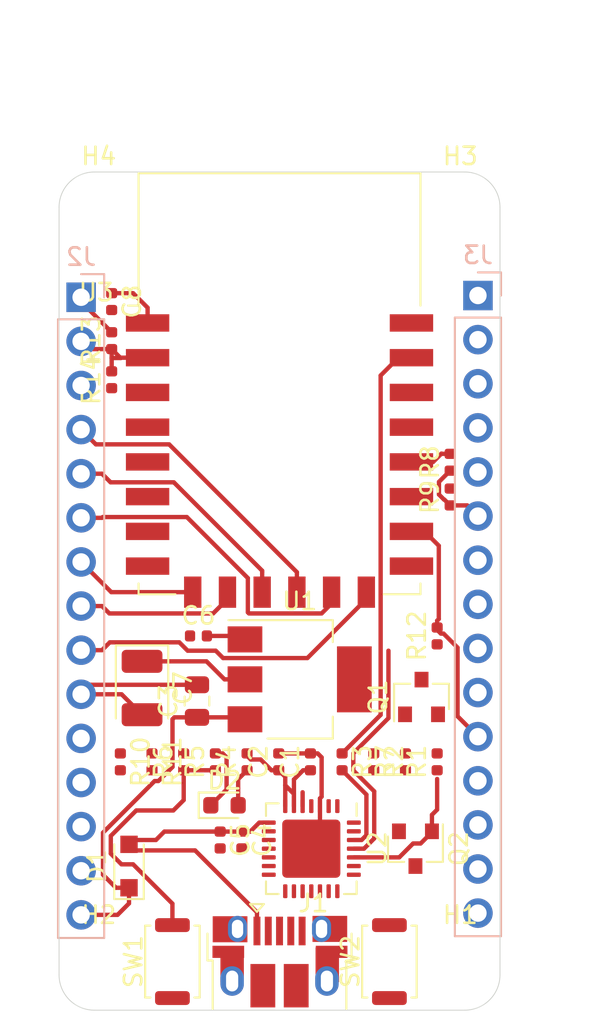
<source format=kicad_pcb>
(kicad_pcb (version 20171130) (host pcbnew 5.1.2-f72e74a~84~ubuntu16.04.1)

  (general
    (thickness 1.6)
    (drawings 10)
    (tracks 171)
    (zones 0)
    (modules 38)
    (nets 56)
  )

  (page A4)
  (layers
    (0 F.Cu signal)
    (31 B.Cu signal)
    (32 B.Adhes user)
    (33 F.Adhes user)
    (34 B.Paste user)
    (35 F.Paste user)
    (36 B.SilkS user)
    (37 F.SilkS user)
    (38 B.Mask user)
    (39 F.Mask user)
    (40 Dwgs.User user)
    (41 Cmts.User user)
    (42 Eco1.User user)
    (43 Eco2.User user)
    (44 Edge.Cuts user)
    (45 Margin user)
    (46 B.CrtYd user)
    (47 F.CrtYd user)
    (48 B.Fab user)
    (49 F.Fab user hide)
  )

  (setup
    (last_trace_width 0.25)
    (trace_clearance 0.2)
    (zone_clearance 0.508)
    (zone_45_only no)
    (trace_min 0.2)
    (via_size 0.8)
    (via_drill 0.4)
    (via_min_size 0.4)
    (via_min_drill 0.3)
    (uvia_size 0.3)
    (uvia_drill 0.1)
    (uvias_allowed no)
    (uvia_min_size 0.2)
    (uvia_min_drill 0.1)
    (edge_width 0.05)
    (segment_width 0.2)
    (pcb_text_width 0.3)
    (pcb_text_size 1.5 1.5)
    (mod_edge_width 0.12)
    (mod_text_size 1 1)
    (mod_text_width 0.15)
    (pad_size 1.524 1.524)
    (pad_drill 0.762)
    (pad_to_mask_clearance 0.051)
    (solder_mask_min_width 0.25)
    (aux_axis_origin 0 0)
    (visible_elements FFFFFF7F)
    (pcbplotparams
      (layerselection 0x010fc_ffffffff)
      (usegerberextensions false)
      (usegerberattributes false)
      (usegerberadvancedattributes false)
      (creategerberjobfile false)
      (excludeedgelayer true)
      (linewidth 0.100000)
      (plotframeref false)
      (viasonmask false)
      (mode 1)
      (useauxorigin false)
      (hpglpennumber 1)
      (hpglpenspeed 20)
      (hpglpendiameter 15.000000)
      (psnegative false)
      (psa4output false)
      (plotreference true)
      (plotvalue true)
      (plotinvisibletext false)
      (padsonsilk false)
      (subtractmaskfromsilk false)
      (outputformat 1)
      (mirror false)
      (drillshape 1)
      (scaleselection 1)
      (outputdirectory ""))
  )

  (net 0 "")
  (net 1 GND)
  (net 2 +3V3)
  (net 3 +5V)
  (net 4 VBUS)
  (net 5 /nRST)
  (net 6 /GPIO_16)
  (net 7 "Net-(D2-Pad2)")
  (net 8 "Net-(J1-Pad2)")
  (net 9 "Net-(J1-Pad3)")
  (net 10 "Net-(J1-Pad4)")
  (net 11 /ADC_EX)
  (net 12 /ADC)
  (net 13 "Net-(J2-Pad3)")
  (net 14 /GPIO_10)
  (net 15 /GPIO_9)
  (net 16 /MOSI)
  (net 17 /CS0)
  (net 18 /MISO)
  (net 19 /SCLK)
  (net 20 /EN)
  (net 21 /TXD)
  (net 22 /RXD)
  (net 23 /GPIO_15)
  (net 24 /GPIO_13)
  (net 25 /GPIO_12)
  (net 26 /GPIO_14)
  (net 27 /GPIO_2)
  (net 28 /GPIO_0)
  (net 29 /GPIO_4)
  (net 30 /GPIO_5)
  (net 31 /nDTR_CP)
  (net 32 "Net-(Q1-Pad2)")
  (net 33 "Net-(Q2-Pad2)")
  (net 34 /nRTS_CP)
  (net 35 "Net-(R3-Pad2)")
  (net 36 "Net-(R5-Pad1)")
  (net 37 "Net-(R7-Pad1)")
  (net 38 "Net-(U2-Pad1)")
  (net 39 "Net-(U2-Pad2)")
  (net 40 "Net-(U2-Pad9)")
  (net 41 "Net-(U2-Pad10)")
  (net 42 "Net-(U2-Pad11)")
  (net 43 "Net-(U2-Pad12)")
  (net 44 "Net-(U2-Pad13)")
  (net 45 "Net-(U2-Pad14)")
  (net 46 "Net-(U2-Pad15)")
  (net 47 "Net-(U2-Pad16)")
  (net 48 "Net-(U2-Pad17)")
  (net 49 "Net-(U2-Pad18)")
  (net 50 "Net-(U2-Pad19)")
  (net 51 "Net-(U2-Pad20)")
  (net 52 "Net-(U2-Pad21)")
  (net 53 "Net-(U2-Pad22)")
  (net 54 "Net-(U2-Pad23)")
  (net 55 "Net-(U2-Pad27)")

  (net_class Default "This is the default net class."
    (clearance 0.2)
    (trace_width 0.25)
    (via_dia 0.8)
    (via_drill 0.4)
    (uvia_dia 0.3)
    (uvia_drill 0.1)
    (add_net +3V3)
    (add_net +5V)
    (add_net /ADC)
    (add_net /ADC_EX)
    (add_net /CS0)
    (add_net /EN)
    (add_net /GPIO_0)
    (add_net /GPIO_10)
    (add_net /GPIO_12)
    (add_net /GPIO_13)
    (add_net /GPIO_14)
    (add_net /GPIO_15)
    (add_net /GPIO_16)
    (add_net /GPIO_2)
    (add_net /GPIO_4)
    (add_net /GPIO_5)
    (add_net /GPIO_9)
    (add_net /MISO)
    (add_net /MOSI)
    (add_net /RXD)
    (add_net /SCLK)
    (add_net /TXD)
    (add_net /nDTR_CP)
    (add_net /nRST)
    (add_net /nRTS_CP)
    (add_net GND)
    (add_net "Net-(D2-Pad2)")
    (add_net "Net-(J1-Pad2)")
    (add_net "Net-(J1-Pad3)")
    (add_net "Net-(J1-Pad4)")
    (add_net "Net-(J2-Pad3)")
    (add_net "Net-(Q1-Pad2)")
    (add_net "Net-(Q2-Pad2)")
    (add_net "Net-(R3-Pad2)")
    (add_net "Net-(R5-Pad1)")
    (add_net "Net-(R7-Pad1)")
    (add_net "Net-(U2-Pad1)")
    (add_net "Net-(U2-Pad10)")
    (add_net "Net-(U2-Pad11)")
    (add_net "Net-(U2-Pad12)")
    (add_net "Net-(U2-Pad13)")
    (add_net "Net-(U2-Pad14)")
    (add_net "Net-(U2-Pad15)")
    (add_net "Net-(U2-Pad16)")
    (add_net "Net-(U2-Pad17)")
    (add_net "Net-(U2-Pad18)")
    (add_net "Net-(U2-Pad19)")
    (add_net "Net-(U2-Pad2)")
    (add_net "Net-(U2-Pad20)")
    (add_net "Net-(U2-Pad21)")
    (add_net "Net-(U2-Pad22)")
    (add_net "Net-(U2-Pad23)")
    (add_net "Net-(U2-Pad27)")
    (add_net "Net-(U2-Pad9)")
    (add_net VBUS)
  )

  (module Package_TO_SOT_SMD:SOT-223-3_TabPin2 (layer F.Cu) (tedit 5A02FF57) (tstamp 5D0C2894)
    (at 186.579332 79.25)
    (descr "module CMS SOT223 4 pins")
    (tags "CMS SOT")
    (path /5D0849F0)
    (attr smd)
    (fp_text reference U1 (at 0 -4.5) (layer F.SilkS)
      (effects (font (size 1 1) (thickness 0.15)))
    )
    (fp_text value AP1117-33 (at 0 4.5) (layer F.Fab)
      (effects (font (size 1 1) (thickness 0.15)))
    )
    (fp_line (start 1.85 -3.35) (end 1.85 3.35) (layer F.Fab) (width 0.1))
    (fp_line (start -1.85 3.35) (end 1.85 3.35) (layer F.Fab) (width 0.1))
    (fp_line (start -4.1 -3.41) (end 1.91 -3.41) (layer F.SilkS) (width 0.12))
    (fp_line (start -0.85 -3.35) (end 1.85 -3.35) (layer F.Fab) (width 0.1))
    (fp_line (start -1.85 3.41) (end 1.91 3.41) (layer F.SilkS) (width 0.12))
    (fp_line (start -1.85 -2.35) (end -1.85 3.35) (layer F.Fab) (width 0.1))
    (fp_line (start -1.85 -2.35) (end -0.85 -3.35) (layer F.Fab) (width 0.1))
    (fp_line (start -4.4 -3.6) (end -4.4 3.6) (layer F.CrtYd) (width 0.05))
    (fp_line (start -4.4 3.6) (end 4.4 3.6) (layer F.CrtYd) (width 0.05))
    (fp_line (start 4.4 3.6) (end 4.4 -3.6) (layer F.CrtYd) (width 0.05))
    (fp_line (start 4.4 -3.6) (end -4.4 -3.6) (layer F.CrtYd) (width 0.05))
    (fp_line (start 1.91 -3.41) (end 1.91 -2.15) (layer F.SilkS) (width 0.12))
    (fp_line (start 1.91 3.41) (end 1.91 2.15) (layer F.SilkS) (width 0.12))
    (fp_text user %R (at 0 0 90) (layer F.Fab)
      (effects (font (size 0.8 0.8) (thickness 0.12)))
    )
    (pad 1 smd rect (at -3.15 -2.3) (size 2 1.5) (layers F.Cu F.Paste F.Mask)
      (net 1 GND))
    (pad 3 smd rect (at -3.15 2.3) (size 2 1.5) (layers F.Cu F.Paste F.Mask)
      (net 3 +5V))
    (pad 2 smd rect (at -3.15 0) (size 2 1.5) (layers F.Cu F.Paste F.Mask)
      (net 2 +3V3))
    (pad 2 smd rect (at 3.15 0) (size 2 3.8) (layers F.Cu F.Paste F.Mask)
      (net 2 +3V3))
    (model ${KISYS3DMOD}/Package_TO_SOT_SMD.3dshapes/SOT-223.wrl
      (at (xyz 0 0 0))
      (scale (xyz 1 1 1))
      (rotate (xyz 0 0 0))
    )
  )

  (module Connector_PinHeader_2.54mm:PinHeader_1x15_P2.54mm_Vertical (layer B.Cu) (tedit 59FED5CC) (tstamp 5D0C2756)
    (at 196.85 57.15 180)
    (descr "Through hole straight pin header, 1x15, 2.54mm pitch, single row")
    (tags "Through hole pin header THT 1x15 2.54mm single row")
    (path /5D0AADFB)
    (fp_text reference J3 (at 0 2.33) (layer B.SilkS)
      (effects (font (size 1 1) (thickness 0.15)) (justify mirror))
    )
    (fp_text value Conn_01x15 (at 0 -37.89) (layer B.Fab)
      (effects (font (size 1 1) (thickness 0.15)) (justify mirror))
    )
    (fp_text user %R (at 0 -17.78 270) (layer B.Fab)
      (effects (font (size 1 1) (thickness 0.15)) (justify mirror))
    )
    (fp_line (start 1.8 1.8) (end -1.8 1.8) (layer B.CrtYd) (width 0.05))
    (fp_line (start 1.8 -37.35) (end 1.8 1.8) (layer B.CrtYd) (width 0.05))
    (fp_line (start -1.8 -37.35) (end 1.8 -37.35) (layer B.CrtYd) (width 0.05))
    (fp_line (start -1.8 1.8) (end -1.8 -37.35) (layer B.CrtYd) (width 0.05))
    (fp_line (start -1.33 1.33) (end 0 1.33) (layer B.SilkS) (width 0.12))
    (fp_line (start -1.33 0) (end -1.33 1.33) (layer B.SilkS) (width 0.12))
    (fp_line (start -1.33 -1.27) (end 1.33 -1.27) (layer B.SilkS) (width 0.12))
    (fp_line (start 1.33 -1.27) (end 1.33 -36.89) (layer B.SilkS) (width 0.12))
    (fp_line (start -1.33 -1.27) (end -1.33 -36.89) (layer B.SilkS) (width 0.12))
    (fp_line (start -1.33 -36.89) (end 1.33 -36.89) (layer B.SilkS) (width 0.12))
    (fp_line (start -1.27 0.635) (end -0.635 1.27) (layer B.Fab) (width 0.1))
    (fp_line (start -1.27 -36.83) (end -1.27 0.635) (layer B.Fab) (width 0.1))
    (fp_line (start 1.27 -36.83) (end -1.27 -36.83) (layer B.Fab) (width 0.1))
    (fp_line (start 1.27 1.27) (end 1.27 -36.83) (layer B.Fab) (width 0.1))
    (fp_line (start -0.635 1.27) (end 1.27 1.27) (layer B.Fab) (width 0.1))
    (pad 15 thru_hole oval (at 0 -35.56 180) (size 1.7 1.7) (drill 1) (layers *.Cu *.Mask)
      (net 2 +3V3))
    (pad 14 thru_hole oval (at 0 -33.02 180) (size 1.7 1.7) (drill 1) (layers *.Cu *.Mask)
      (net 1 GND))
    (pad 13 thru_hole oval (at 0 -30.48 180) (size 1.7 1.7) (drill 1) (layers *.Cu *.Mask)
      (net 21 /TXD))
    (pad 12 thru_hole oval (at 0 -27.94 180) (size 1.7 1.7) (drill 1) (layers *.Cu *.Mask)
      (net 22 /RXD))
    (pad 11 thru_hole oval (at 0 -25.4 180) (size 1.7 1.7) (drill 1) (layers *.Cu *.Mask)
      (net 23 /GPIO_15))
    (pad 10 thru_hole oval (at 0 -22.86 180) (size 1.7 1.7) (drill 1) (layers *.Cu *.Mask)
      (net 24 /GPIO_13))
    (pad 9 thru_hole oval (at 0 -20.32 180) (size 1.7 1.7) (drill 1) (layers *.Cu *.Mask)
      (net 25 /GPIO_12))
    (pad 8 thru_hole oval (at 0 -17.78 180) (size 1.7 1.7) (drill 1) (layers *.Cu *.Mask)
      (net 26 /GPIO_14))
    (pad 7 thru_hole oval (at 0 -15.24 180) (size 1.7 1.7) (drill 1) (layers *.Cu *.Mask)
      (net 1 GND))
    (pad 6 thru_hole oval (at 0 -12.7 180) (size 1.7 1.7) (drill 1) (layers *.Cu *.Mask)
      (net 2 +3V3))
    (pad 5 thru_hole oval (at 0 -10.16 180) (size 1.7 1.7) (drill 1) (layers *.Cu *.Mask)
      (net 27 /GPIO_2))
    (pad 4 thru_hole oval (at 0 -7.62 180) (size 1.7 1.7) (drill 1) (layers *.Cu *.Mask)
      (net 28 /GPIO_0))
    (pad 3 thru_hole oval (at 0 -5.08 180) (size 1.7 1.7) (drill 1) (layers *.Cu *.Mask)
      (net 29 /GPIO_4))
    (pad 2 thru_hole oval (at 0 -2.54 180) (size 1.7 1.7) (drill 1) (layers *.Cu *.Mask)
      (net 30 /GPIO_5))
    (pad 1 thru_hole rect (at 0 0 180) (size 1.7 1.7) (drill 1) (layers *.Cu *.Mask)
      (net 6 /GPIO_16))
    (model ${KISYS3DMOD}/Connector_PinHeader_2.54mm.3dshapes/PinHeader_1x15_P2.54mm_Vertical.wrl
      (at (xyz 0 0 0))
      (scale (xyz 1 1 1))
      (rotate (xyz 0 0 0))
    )
  )

  (module Capacitor_SMD:C_0402_1005Metric (layer F.Cu) (tedit 5B301BBE) (tstamp 5D0C2645)
    (at 187.2 84 90)
    (descr "Capacitor SMD 0402 (1005 Metric), square (rectangular) end terminal, IPC_7351 nominal, (Body size source: http://www.tortai-tech.com/upload/download/2011102023233369053.pdf), generated with kicad-footprint-generator")
    (tags capacitor)
    (path /5CFF9F54)
    (attr smd)
    (fp_text reference C1 (at 0 -1.17 90) (layer F.SilkS)
      (effects (font (size 1 1) (thickness 0.15)))
    )
    (fp_text value 10uF (at 0 1.17 90) (layer F.Fab)
      (effects (font (size 1 1) (thickness 0.15)))
    )
    (fp_line (start -0.5 0.25) (end -0.5 -0.25) (layer F.Fab) (width 0.1))
    (fp_line (start -0.5 -0.25) (end 0.5 -0.25) (layer F.Fab) (width 0.1))
    (fp_line (start 0.5 -0.25) (end 0.5 0.25) (layer F.Fab) (width 0.1))
    (fp_line (start 0.5 0.25) (end -0.5 0.25) (layer F.Fab) (width 0.1))
    (fp_line (start -0.93 0.47) (end -0.93 -0.47) (layer F.CrtYd) (width 0.05))
    (fp_line (start -0.93 -0.47) (end 0.93 -0.47) (layer F.CrtYd) (width 0.05))
    (fp_line (start 0.93 -0.47) (end 0.93 0.47) (layer F.CrtYd) (width 0.05))
    (fp_line (start 0.93 0.47) (end -0.93 0.47) (layer F.CrtYd) (width 0.05))
    (fp_text user %R (at 0 0 90) (layer F.Fab)
      (effects (font (size 0.25 0.25) (thickness 0.04)))
    )
    (pad 1 smd roundrect (at -0.485 0 90) (size 0.59 0.64) (layers F.Cu F.Paste F.Mask) (roundrect_rratio 0.25)
      (net 2 +3V3))
    (pad 2 smd roundrect (at 0.485 0 90) (size 0.59 0.64) (layers F.Cu F.Paste F.Mask) (roundrect_rratio 0.25)
      (net 1 GND))
    (model ${KISYS3DMOD}/Capacitor_SMD.3dshapes/C_0402_1005Metric.wrl
      (at (xyz 0 0 0))
      (scale (xyz 1 1 1))
      (rotate (xyz 0 0 0))
    )
  )

  (module Capacitor_SMD:C_0402_1005Metric (layer F.Cu) (tedit 5B301BBE) (tstamp 5D0C2654)
    (at 185.375 84 90)
    (descr "Capacitor SMD 0402 (1005 Metric), square (rectangular) end terminal, IPC_7351 nominal, (Body size source: http://www.tortai-tech.com/upload/download/2011102023233369053.pdf), generated with kicad-footprint-generator")
    (tags capacitor)
    (path /5CFF9640)
    (attr smd)
    (fp_text reference C2 (at 0 -1.17 90) (layer F.SilkS)
      (effects (font (size 1 1) (thickness 0.15)))
    )
    (fp_text value 100nF (at 0 1.17 90) (layer F.Fab)
      (effects (font (size 1 1) (thickness 0.15)))
    )
    (fp_text user %R (at 0 0 90) (layer F.Fab)
      (effects (font (size 0.25 0.25) (thickness 0.04)))
    )
    (fp_line (start 0.93 0.47) (end -0.93 0.47) (layer F.CrtYd) (width 0.05))
    (fp_line (start 0.93 -0.47) (end 0.93 0.47) (layer F.CrtYd) (width 0.05))
    (fp_line (start -0.93 -0.47) (end 0.93 -0.47) (layer F.CrtYd) (width 0.05))
    (fp_line (start -0.93 0.47) (end -0.93 -0.47) (layer F.CrtYd) (width 0.05))
    (fp_line (start 0.5 0.25) (end -0.5 0.25) (layer F.Fab) (width 0.1))
    (fp_line (start 0.5 -0.25) (end 0.5 0.25) (layer F.Fab) (width 0.1))
    (fp_line (start -0.5 -0.25) (end 0.5 -0.25) (layer F.Fab) (width 0.1))
    (fp_line (start -0.5 0.25) (end -0.5 -0.25) (layer F.Fab) (width 0.1))
    (pad 2 smd roundrect (at 0.485 0 90) (size 0.59 0.64) (layers F.Cu F.Paste F.Mask) (roundrect_rratio 0.25)
      (net 1 GND))
    (pad 1 smd roundrect (at -0.485 0 90) (size 0.59 0.64) (layers F.Cu F.Paste F.Mask) (roundrect_rratio 0.25)
      (net 2 +3V3))
    (model ${KISYS3DMOD}/Capacitor_SMD.3dshapes/C_0402_1005Metric.wrl
      (at (xyz 0 0 0))
      (scale (xyz 1 1 1))
      (rotate (xyz 0 0 0))
    )
  )

  (module Capacitor_SMD:C_0805_2012Metric (layer F.Cu) (tedit 5B36C52B) (tstamp 5D0C2665)
    (at 180.664666 80.5 90)
    (descr "Capacitor SMD 0805 (2012 Metric), square (rectangular) end terminal, IPC_7351 nominal, (Body size source: https://docs.google.com/spreadsheets/d/1BsfQQcO9C6DZCsRaXUlFlo91Tg2WpOkGARC1WS5S8t0/edit?usp=sharing), generated with kicad-footprint-generator")
    (tags capacitor)
    (path /5D0874DF)
    (attr smd)
    (fp_text reference C3 (at 0 -1.65 90) (layer F.SilkS)
      (effects (font (size 1 1) (thickness 0.15)))
    )
    (fp_text value 10uF/25v (at 0 1.65 90) (layer F.Fab)
      (effects (font (size 1 1) (thickness 0.15)))
    )
    (fp_line (start -1 0.6) (end -1 -0.6) (layer F.Fab) (width 0.1))
    (fp_line (start -1 -0.6) (end 1 -0.6) (layer F.Fab) (width 0.1))
    (fp_line (start 1 -0.6) (end 1 0.6) (layer F.Fab) (width 0.1))
    (fp_line (start 1 0.6) (end -1 0.6) (layer F.Fab) (width 0.1))
    (fp_line (start -0.258578 -0.71) (end 0.258578 -0.71) (layer F.SilkS) (width 0.12))
    (fp_line (start -0.258578 0.71) (end 0.258578 0.71) (layer F.SilkS) (width 0.12))
    (fp_line (start -1.68 0.95) (end -1.68 -0.95) (layer F.CrtYd) (width 0.05))
    (fp_line (start -1.68 -0.95) (end 1.68 -0.95) (layer F.CrtYd) (width 0.05))
    (fp_line (start 1.68 -0.95) (end 1.68 0.95) (layer F.CrtYd) (width 0.05))
    (fp_line (start 1.68 0.95) (end -1.68 0.95) (layer F.CrtYd) (width 0.05))
    (fp_text user %R (at 0 0 90) (layer F.Fab)
      (effects (font (size 0.5 0.5) (thickness 0.08)))
    )
    (pad 1 smd roundrect (at -0.9375 0 90) (size 0.975 1.4) (layers F.Cu F.Paste F.Mask) (roundrect_rratio 0.25)
      (net 3 +5V))
    (pad 2 smd roundrect (at 0.9375 0 90) (size 0.975 1.4) (layers F.Cu F.Paste F.Mask) (roundrect_rratio 0.25)
      (net 1 GND))
    (model ${KISYS3DMOD}/Capacitor_SMD.3dshapes/C_0805_2012Metric.wrl
      (at (xyz 0 0 0))
      (scale (xyz 1 1 1))
      (rotate (xyz 0 0 0))
    )
  )

  (module Capacitor_SMD:C_0402_1005Metric (layer F.Cu) (tedit 5B301BBE) (tstamp 5D0C2674)
    (at 183.25 88.5 270)
    (descr "Capacitor SMD 0402 (1005 Metric), square (rectangular) end terminal, IPC_7351 nominal, (Body size source: http://www.tortai-tech.com/upload/download/2011102023233369053.pdf), generated with kicad-footprint-generator")
    (tags capacitor)
    (path /5D001736)
    (attr smd)
    (fp_text reference C4 (at 0 -1.17 90) (layer F.SilkS)
      (effects (font (size 1 1) (thickness 0.15)))
    )
    (fp_text value 10uF (at 0 1.17 90) (layer F.Fab)
      (effects (font (size 1 1) (thickness 0.15)))
    )
    (fp_line (start -0.5 0.25) (end -0.5 -0.25) (layer F.Fab) (width 0.1))
    (fp_line (start -0.5 -0.25) (end 0.5 -0.25) (layer F.Fab) (width 0.1))
    (fp_line (start 0.5 -0.25) (end 0.5 0.25) (layer F.Fab) (width 0.1))
    (fp_line (start 0.5 0.25) (end -0.5 0.25) (layer F.Fab) (width 0.1))
    (fp_line (start -0.93 0.47) (end -0.93 -0.47) (layer F.CrtYd) (width 0.05))
    (fp_line (start -0.93 -0.47) (end 0.93 -0.47) (layer F.CrtYd) (width 0.05))
    (fp_line (start 0.93 -0.47) (end 0.93 0.47) (layer F.CrtYd) (width 0.05))
    (fp_line (start 0.93 0.47) (end -0.93 0.47) (layer F.CrtYd) (width 0.05))
    (fp_text user %R (at 0 0 90) (layer F.Fab)
      (effects (font (size 0.25 0.25) (thickness 0.04)))
    )
    (pad 1 smd roundrect (at -0.485 0 270) (size 0.59 0.64) (layers F.Cu F.Paste F.Mask) (roundrect_rratio 0.25)
      (net 4 VBUS))
    (pad 2 smd roundrect (at 0.485 0 270) (size 0.59 0.64) (layers F.Cu F.Paste F.Mask) (roundrect_rratio 0.25)
      (net 1 GND))
    (model ${KISYS3DMOD}/Capacitor_SMD.3dshapes/C_0402_1005Metric.wrl
      (at (xyz 0 0 0))
      (scale (xyz 1 1 1))
      (rotate (xyz 0 0 0))
    )
  )

  (module Capacitor_SMD:C_0402_1005Metric (layer F.Cu) (tedit 5B301BBE) (tstamp 5D0C2683)
    (at 182 88.5 270)
    (descr "Capacitor SMD 0402 (1005 Metric), square (rectangular) end terminal, IPC_7351 nominal, (Body size source: http://www.tortai-tech.com/upload/download/2011102023233369053.pdf), generated with kicad-footprint-generator")
    (tags capacitor)
    (path /5D001DA6)
    (attr smd)
    (fp_text reference C5 (at 0 -1.17 90) (layer F.SilkS)
      (effects (font (size 1 1) (thickness 0.15)))
    )
    (fp_text value 100nF (at 0 1.17 90) (layer F.Fab)
      (effects (font (size 1 1) (thickness 0.15)))
    )
    (fp_text user %R (at 0 0 90) (layer F.Fab)
      (effects (font (size 0.25 0.25) (thickness 0.04)))
    )
    (fp_line (start 0.93 0.47) (end -0.93 0.47) (layer F.CrtYd) (width 0.05))
    (fp_line (start 0.93 -0.47) (end 0.93 0.47) (layer F.CrtYd) (width 0.05))
    (fp_line (start -0.93 -0.47) (end 0.93 -0.47) (layer F.CrtYd) (width 0.05))
    (fp_line (start -0.93 0.47) (end -0.93 -0.47) (layer F.CrtYd) (width 0.05))
    (fp_line (start 0.5 0.25) (end -0.5 0.25) (layer F.Fab) (width 0.1))
    (fp_line (start 0.5 -0.25) (end 0.5 0.25) (layer F.Fab) (width 0.1))
    (fp_line (start -0.5 -0.25) (end 0.5 -0.25) (layer F.Fab) (width 0.1))
    (fp_line (start -0.5 0.25) (end -0.5 -0.25) (layer F.Fab) (width 0.1))
    (pad 2 smd roundrect (at 0.485 0 270) (size 0.59 0.64) (layers F.Cu F.Paste F.Mask) (roundrect_rratio 0.25)
      (net 1 GND))
    (pad 1 smd roundrect (at -0.485 0 270) (size 0.59 0.64) (layers F.Cu F.Paste F.Mask) (roundrect_rratio 0.25)
      (net 4 VBUS))
    (model ${KISYS3DMOD}/Capacitor_SMD.3dshapes/C_0402_1005Metric.wrl
      (at (xyz 0 0 0))
      (scale (xyz 1 1 1))
      (rotate (xyz 0 0 0))
    )
  )

  (module Capacitor_SMD:C_0402_1005Metric (layer F.Cu) (tedit 5B301BBE) (tstamp 5D0C2692)
    (at 180.75 76.75)
    (descr "Capacitor SMD 0402 (1005 Metric), square (rectangular) end terminal, IPC_7351 nominal, (Body size source: http://www.tortai-tech.com/upload/download/2011102023233369053.pdf), generated with kicad-footprint-generator")
    (tags capacitor)
    (path /5D0860BA)
    (attr smd)
    (fp_text reference C6 (at 0 -1.17) (layer F.SilkS)
      (effects (font (size 1 1) (thickness 0.15)))
    )
    (fp_text value 10uF (at 0 1.17) (layer F.Fab)
      (effects (font (size 1 1) (thickness 0.15)))
    )
    (fp_line (start -0.5 0.25) (end -0.5 -0.25) (layer F.Fab) (width 0.1))
    (fp_line (start -0.5 -0.25) (end 0.5 -0.25) (layer F.Fab) (width 0.1))
    (fp_line (start 0.5 -0.25) (end 0.5 0.25) (layer F.Fab) (width 0.1))
    (fp_line (start 0.5 0.25) (end -0.5 0.25) (layer F.Fab) (width 0.1))
    (fp_line (start -0.93 0.47) (end -0.93 -0.47) (layer F.CrtYd) (width 0.05))
    (fp_line (start -0.93 -0.47) (end 0.93 -0.47) (layer F.CrtYd) (width 0.05))
    (fp_line (start 0.93 -0.47) (end 0.93 0.47) (layer F.CrtYd) (width 0.05))
    (fp_line (start 0.93 0.47) (end -0.93 0.47) (layer F.CrtYd) (width 0.05))
    (fp_text user %R (at 0 0) (layer F.Fab)
      (effects (font (size 0.25 0.25) (thickness 0.04)))
    )
    (pad 1 smd roundrect (at -0.485 0) (size 0.59 0.64) (layers F.Cu F.Paste F.Mask) (roundrect_rratio 0.25)
      (net 2 +3V3))
    (pad 2 smd roundrect (at 0.485 0) (size 0.59 0.64) (layers F.Cu F.Paste F.Mask) (roundrect_rratio 0.25)
      (net 1 GND))
    (model ${KISYS3DMOD}/Capacitor_SMD.3dshapes/C_0402_1005Metric.wrl
      (at (xyz 0 0 0))
      (scale (xyz 1 1 1))
      (rotate (xyz 0 0 0))
    )
  )

  (module Capacitor_Tantalum_SMD:CP_EIA-3528-21_Kemet-B (layer F.Cu) (tedit 5B342532) (tstamp 5D0C26A5)
    (at 177.5 79.75 270)
    (descr "Tantalum Capacitor SMD Kemet-B (3528-21 Metric), IPC_7351 nominal, (Body size from: http://www.kemet.com/Lists/ProductCatalog/Attachments/253/KEM_TC101_STD.pdf), generated with kicad-footprint-generator")
    (tags "capacitor tantalum")
    (path /5D33AD3A)
    (attr smd)
    (fp_text reference C7 (at 0 -2.35 90) (layer F.SilkS)
      (effects (font (size 1 1) (thickness 0.15)))
    )
    (fp_text value 100uF (at 0 2.35 90) (layer F.Fab)
      (effects (font (size 1 1) (thickness 0.15)))
    )
    (fp_line (start 1.75 -1.4) (end -1.05 -1.4) (layer F.Fab) (width 0.1))
    (fp_line (start -1.05 -1.4) (end -1.75 -0.7) (layer F.Fab) (width 0.1))
    (fp_line (start -1.75 -0.7) (end -1.75 1.4) (layer F.Fab) (width 0.1))
    (fp_line (start -1.75 1.4) (end 1.75 1.4) (layer F.Fab) (width 0.1))
    (fp_line (start 1.75 1.4) (end 1.75 -1.4) (layer F.Fab) (width 0.1))
    (fp_line (start 1.75 -1.51) (end -2.46 -1.51) (layer F.SilkS) (width 0.12))
    (fp_line (start -2.46 -1.51) (end -2.46 1.51) (layer F.SilkS) (width 0.12))
    (fp_line (start -2.46 1.51) (end 1.75 1.51) (layer F.SilkS) (width 0.12))
    (fp_line (start -2.45 1.65) (end -2.45 -1.65) (layer F.CrtYd) (width 0.05))
    (fp_line (start -2.45 -1.65) (end 2.45 -1.65) (layer F.CrtYd) (width 0.05))
    (fp_line (start 2.45 -1.65) (end 2.45 1.65) (layer F.CrtYd) (width 0.05))
    (fp_line (start 2.45 1.65) (end -2.45 1.65) (layer F.CrtYd) (width 0.05))
    (fp_text user %R (at 0 0 90) (layer F.Fab)
      (effects (font (size 0.88 0.88) (thickness 0.13)))
    )
    (pad 1 smd roundrect (at -1.5375 0 270) (size 1.325 2.35) (layers F.Cu F.Paste F.Mask) (roundrect_rratio 0.188679)
      (net 2 +3V3))
    (pad 2 smd roundrect (at 1.5375 0 270) (size 1.325 2.35) (layers F.Cu F.Paste F.Mask) (roundrect_rratio 0.188679)
      (net 1 GND))
    (model ${KISYS3DMOD}/Capacitor_Tantalum_SMD.3dshapes/CP_EIA-3528-21_Kemet-B.wrl
      (at (xyz 0 0 0))
      (scale (xyz 1 1 1))
      (rotate (xyz 0 0 0))
    )
  )

  (module Capacitor_SMD:C_0402_1005Metric (layer F.Cu) (tedit 5B301BBE) (tstamp 5D0C26B4)
    (at 175.75 57.5 270)
    (descr "Capacitor SMD 0402 (1005 Metric), square (rectangular) end terminal, IPC_7351 nominal, (Body size source: http://www.tortai-tech.com/upload/download/2011102023233369053.pdf), generated with kicad-footprint-generator")
    (tags capacitor)
    (path /5CEEBDA8)
    (attr smd)
    (fp_text reference C8 (at 0 -1.17 90) (layer F.SilkS)
      (effects (font (size 1 1) (thickness 0.15)))
    )
    (fp_text value 100nF (at 0 1.17 90) (layer F.Fab)
      (effects (font (size 1 1) (thickness 0.15)))
    )
    (fp_text user %R (at 0 0 90) (layer F.Fab)
      (effects (font (size 0.25 0.25) (thickness 0.04)))
    )
    (fp_line (start 0.93 0.47) (end -0.93 0.47) (layer F.CrtYd) (width 0.05))
    (fp_line (start 0.93 -0.47) (end 0.93 0.47) (layer F.CrtYd) (width 0.05))
    (fp_line (start -0.93 -0.47) (end 0.93 -0.47) (layer F.CrtYd) (width 0.05))
    (fp_line (start -0.93 0.47) (end -0.93 -0.47) (layer F.CrtYd) (width 0.05))
    (fp_line (start 0.5 0.25) (end -0.5 0.25) (layer F.Fab) (width 0.1))
    (fp_line (start 0.5 -0.25) (end 0.5 0.25) (layer F.Fab) (width 0.1))
    (fp_line (start -0.5 -0.25) (end 0.5 -0.25) (layer F.Fab) (width 0.1))
    (fp_line (start -0.5 0.25) (end -0.5 -0.25) (layer F.Fab) (width 0.1))
    (pad 2 smd roundrect (at 0.485 0 270) (size 0.59 0.64) (layers F.Cu F.Paste F.Mask) (roundrect_rratio 0.25)
      (net 1 GND))
    (pad 1 smd roundrect (at -0.485 0 270) (size 0.59 0.64) (layers F.Cu F.Paste F.Mask) (roundrect_rratio 0.25)
      (net 5 /nRST))
    (model ${KISYS3DMOD}/Capacitor_SMD.3dshapes/C_0402_1005Metric.wrl
      (at (xyz 0 0 0))
      (scale (xyz 1 1 1))
      (rotate (xyz 0 0 0))
    )
  )

  (module LED_SMD:LED_0603_1608Metric (layer F.Cu) (tedit 5B301BBE) (tstamp 5D0C26E6)
    (at 182.25 86.5)
    (descr "LED SMD 0603 (1608 Metric), square (rectangular) end terminal, IPC_7351 nominal, (Body size source: http://www.tortai-tech.com/upload/download/2011102023233369053.pdf), generated with kicad-footprint-generator")
    (tags diode)
    (path /5CF01E75)
    (attr smd)
    (fp_text reference D2 (at 0 -1.43) (layer F.SilkS)
      (effects (font (size 1 1) (thickness 0.15)))
    )
    (fp_text value AZUL/BLANCO (at 0 1.43) (layer F.Fab)
      (effects (font (size 1 1) (thickness 0.15)))
    )
    (fp_line (start 0.8 -0.4) (end -0.5 -0.4) (layer F.Fab) (width 0.1))
    (fp_line (start -0.5 -0.4) (end -0.8 -0.1) (layer F.Fab) (width 0.1))
    (fp_line (start -0.8 -0.1) (end -0.8 0.4) (layer F.Fab) (width 0.1))
    (fp_line (start -0.8 0.4) (end 0.8 0.4) (layer F.Fab) (width 0.1))
    (fp_line (start 0.8 0.4) (end 0.8 -0.4) (layer F.Fab) (width 0.1))
    (fp_line (start 0.8 -0.735) (end -1.485 -0.735) (layer F.SilkS) (width 0.12))
    (fp_line (start -1.485 -0.735) (end -1.485 0.735) (layer F.SilkS) (width 0.12))
    (fp_line (start -1.485 0.735) (end 0.8 0.735) (layer F.SilkS) (width 0.12))
    (fp_line (start -1.48 0.73) (end -1.48 -0.73) (layer F.CrtYd) (width 0.05))
    (fp_line (start -1.48 -0.73) (end 1.48 -0.73) (layer F.CrtYd) (width 0.05))
    (fp_line (start 1.48 -0.73) (end 1.48 0.73) (layer F.CrtYd) (width 0.05))
    (fp_line (start 1.48 0.73) (end -1.48 0.73) (layer F.CrtYd) (width 0.05))
    (fp_text user %R (at 0 0) (layer F.Fab)
      (effects (font (size 0.4 0.4) (thickness 0.06)))
    )
    (pad 1 smd roundrect (at -0.7875 0) (size 0.875 0.95) (layers F.Cu F.Paste F.Mask) (roundrect_rratio 0.25)
      (net 6 /GPIO_16))
    (pad 2 smd roundrect (at 0.7875 0) (size 0.875 0.95) (layers F.Cu F.Paste F.Mask) (roundrect_rratio 0.25)
      (net 7 "Net-(D2-Pad2)"))
    (model ${KISYS3DMOD}/LED_SMD.3dshapes/LED_0603_1608Metric.wrl
      (at (xyz 0 0 0))
      (scale (xyz 1 1 1))
      (rotate (xyz 0 0 0))
    )
  )

  (module Connector_USB:USB_Micro-B_Amphenol_10103594-0001LF_Horizontal (layer F.Cu) (tedit 5A1DC0BD) (tstamp 5D0C2710)
    (at 185.445 95.504)
    (descr "Micro USB Type B 10103594-0001LF, http://cdn.amphenol-icc.com/media/wysiwyg/files/drawing/10103594.pdf")
    (tags "USB USB_B USB_micro USB_OTG")
    (path /5D04B9AE)
    (attr smd)
    (fp_text reference J1 (at 1.925 -3.365) (layer F.SilkS)
      (effects (font (size 1 1) (thickness 0.15)))
    )
    (fp_text value USB_B_Micro (at -0.025 4.435) (layer F.Fab)
      (effects (font (size 1 1) (thickness 0.15)))
    )
    (fp_text user "PCB edge" (at -0.025 2.235) (layer Dwgs.User)
      (effects (font (size 0.5 0.5) (thickness 0.075)))
    )
    (fp_text user %R (at -0.025 -0.015) (layer F.Fab)
      (effects (font (size 1 1) (thickness 0.15)))
    )
    (fp_line (start -4.175 -0.065) (end -4.175 -1.615) (layer F.SilkS) (width 0.12))
    (fp_line (start -4.175 -0.065) (end -3.875 -0.065) (layer F.SilkS) (width 0.12))
    (fp_line (start -3.875 2.735) (end -3.875 -0.065) (layer F.SilkS) (width 0.12))
    (fp_line (start 4.125 -0.065) (end 4.125 -1.615) (layer F.SilkS) (width 0.12))
    (fp_line (start 3.825 -0.065) (end 4.125 -0.065) (layer F.SilkS) (width 0.12))
    (fp_line (start 3.825 2.735) (end 3.825 -0.065) (layer F.SilkS) (width 0.12))
    (fp_line (start -0.925 -3.315) (end -1.325 -2.865) (layer F.SilkS) (width 0.12))
    (fp_line (start -1.725 -3.315) (end -0.925 -3.315) (layer F.SilkS) (width 0.12))
    (fp_line (start -1.325 -2.865) (end -1.725 -3.315) (layer F.SilkS) (width 0.12))
    (fp_line (start -3.775 -0.865) (end -2.975 -1.615) (layer F.Fab) (width 0.12))
    (fp_line (start 3.725 3.335) (end -3.775 3.335) (layer F.Fab) (width 0.12))
    (fp_line (start 3.725 -1.615) (end 3.725 3.335) (layer F.Fab) (width 0.12))
    (fp_line (start -2.975 -1.615) (end 3.725 -1.615) (layer F.Fab) (width 0.12))
    (fp_line (start -3.775 3.335) (end -3.775 -0.865) (layer F.Fab) (width 0.12))
    (fp_line (start -4.025 2.835) (end 3.975 2.835) (layer Dwgs.User) (width 0.1))
    (fp_line (start -4.13 -2.88) (end 4.14 -2.88) (layer F.CrtYd) (width 0.05))
    (fp_line (start -4.13 -2.88) (end -4.13 3.58) (layer F.CrtYd) (width 0.05))
    (fp_line (start 4.14 3.58) (end 4.14 -2.88) (layer F.CrtYd) (width 0.05))
    (fp_line (start 4.14 3.58) (end -4.13 3.58) (layer F.CrtYd) (width 0.05))
    (pad 6 smd rect (at 2.725 0.185) (size 1.35 2) (layers F.Cu F.Paste F.Mask)
      (net 1 GND))
    (pad 6 smd rect (at -2.755 0.185) (size 1.35 2) (layers F.Cu F.Paste F.Mask)
      (net 1 GND))
    (pad 6 smd rect (at -2.975 -0.565) (size 1.825 0.7) (layers F.Cu F.Paste F.Mask)
      (net 1 GND))
    (pad 6 smd rect (at 2.975 -0.565) (size 1.825 0.7) (layers F.Cu F.Paste F.Mask)
      (net 1 GND))
    (pad 6 smd rect (at -2.875 -1.865) (size 2 1.5) (layers F.Cu F.Paste F.Mask)
      (net 1 GND))
    (pad 6 smd rect (at 2.875 -1.885) (size 2 1.5) (layers F.Cu F.Paste F.Mask)
      (net 1 GND))
    (pad 1 smd rect (at -1.325 -1.765 90) (size 1.65 0.4) (layers F.Cu F.Paste F.Mask)
      (net 4 VBUS))
    (pad 2 smd rect (at -0.675 -1.765 90) (size 1.65 0.4) (layers F.Cu F.Paste F.Mask)
      (net 8 "Net-(J1-Pad2)"))
    (pad 3 smd rect (at -0.025 -1.765 90) (size 1.65 0.4) (layers F.Cu F.Paste F.Mask)
      (net 9 "Net-(J1-Pad3)"))
    (pad 4 smd rect (at 0.625 -1.765 90) (size 1.65 0.4) (layers F.Cu F.Paste F.Mask)
      (net 10 "Net-(J1-Pad4)"))
    (pad 5 smd rect (at 1.275 -1.765 90) (size 1.65 0.4) (layers F.Cu F.Paste F.Mask)
      (net 1 GND))
    (pad 6 thru_hole oval (at -2.445 -1.885 90) (size 1.5 1.1) (drill oval 1.05 0.65) (layers *.Cu *.Mask)
      (net 1 GND))
    (pad 6 thru_hole oval (at 2.395 -1.885 90) (size 1.5 1.1) (drill oval 1.05 0.65) (layers *.Cu *.Mask)
      (net 1 GND))
    (pad 6 thru_hole oval (at -2.755 1.115 90) (size 1.7 1.35) (drill oval 1.2 0.7) (layers *.Cu *.Mask)
      (net 1 GND))
    (pad 6 thru_hole oval (at 2.705 1.115 90) (size 1.7 1.35) (drill oval 1.2 0.7) (layers *.Cu *.Mask)
      (net 1 GND))
    (pad 6 smd rect (at -0.985 1.385 90) (size 2.5 1.43) (layers F.Cu F.Paste F.Mask)
      (net 1 GND))
    (pad 6 smd rect (at 0.935 1.385 90) (size 2.5 1.43) (layers F.Cu F.Paste F.Mask)
      (net 1 GND))
    (model ${KISYS3DMOD}/conn_pc/usb_B_micro_smd-2.wrl
      (at (xyz 0 0 0))
      (scale (xyz 1 1 1))
      (rotate (xyz 0 0 0))
    )
  )

  (module Connector_PinHeader_2.54mm:PinHeader_1x15_P2.54mm_Vertical (layer B.Cu) (tedit 59FED5CC) (tstamp 5D0C2733)
    (at 173.99 57.25 180)
    (descr "Through hole straight pin header, 1x15, 2.54mm pitch, single row")
    (tags "Through hole pin header THT 1x15 2.54mm single row")
    (path /5D0AE89E)
    (fp_text reference J2 (at 0 2.33) (layer B.SilkS)
      (effects (font (size 1 1) (thickness 0.15)) (justify mirror))
    )
    (fp_text value Conn_01x15 (at 0 -37.89) (layer B.Fab)
      (effects (font (size 1 1) (thickness 0.15)) (justify mirror))
    )
    (fp_line (start -0.635 1.27) (end 1.27 1.27) (layer B.Fab) (width 0.1))
    (fp_line (start 1.27 1.27) (end 1.27 -36.83) (layer B.Fab) (width 0.1))
    (fp_line (start 1.27 -36.83) (end -1.27 -36.83) (layer B.Fab) (width 0.1))
    (fp_line (start -1.27 -36.83) (end -1.27 0.635) (layer B.Fab) (width 0.1))
    (fp_line (start -1.27 0.635) (end -0.635 1.27) (layer B.Fab) (width 0.1))
    (fp_line (start -1.33 -36.89) (end 1.33 -36.89) (layer B.SilkS) (width 0.12))
    (fp_line (start -1.33 -1.27) (end -1.33 -36.89) (layer B.SilkS) (width 0.12))
    (fp_line (start 1.33 -1.27) (end 1.33 -36.89) (layer B.SilkS) (width 0.12))
    (fp_line (start -1.33 -1.27) (end 1.33 -1.27) (layer B.SilkS) (width 0.12))
    (fp_line (start -1.33 0) (end -1.33 1.33) (layer B.SilkS) (width 0.12))
    (fp_line (start -1.33 1.33) (end 0 1.33) (layer B.SilkS) (width 0.12))
    (fp_line (start -1.8 1.8) (end -1.8 -37.35) (layer B.CrtYd) (width 0.05))
    (fp_line (start -1.8 -37.35) (end 1.8 -37.35) (layer B.CrtYd) (width 0.05))
    (fp_line (start 1.8 -37.35) (end 1.8 1.8) (layer B.CrtYd) (width 0.05))
    (fp_line (start 1.8 1.8) (end -1.8 1.8) (layer B.CrtYd) (width 0.05))
    (fp_text user %R (at 0 -17.78 270) (layer B.Fab)
      (effects (font (size 1 1) (thickness 0.15)) (justify mirror))
    )
    (pad 1 thru_hole rect (at 0 0 180) (size 1.7 1.7) (drill 1) (layers *.Cu *.Mask)
      (net 11 /ADC_EX))
    (pad 2 thru_hole oval (at 0 -2.54 180) (size 1.7 1.7) (drill 1) (layers *.Cu *.Mask)
      (net 12 /ADC))
    (pad 3 thru_hole oval (at 0 -5.08 180) (size 1.7 1.7) (drill 1) (layers *.Cu *.Mask)
      (net 13 "Net-(J2-Pad3)"))
    (pad 4 thru_hole oval (at 0 -7.62 180) (size 1.7 1.7) (drill 1) (layers *.Cu *.Mask)
      (net 14 /GPIO_10))
    (pad 5 thru_hole oval (at 0 -10.16 180) (size 1.7 1.7) (drill 1) (layers *.Cu *.Mask)
      (net 15 /GPIO_9))
    (pad 6 thru_hole oval (at 0 -12.7 180) (size 1.7 1.7) (drill 1) (layers *.Cu *.Mask)
      (net 16 /MOSI))
    (pad 7 thru_hole oval (at 0 -15.24 180) (size 1.7 1.7) (drill 1) (layers *.Cu *.Mask)
      (net 17 /CS0))
    (pad 8 thru_hole oval (at 0 -17.78 180) (size 1.7 1.7) (drill 1) (layers *.Cu *.Mask)
      (net 18 /MISO))
    (pad 9 thru_hole oval (at 0 -20.32 180) (size 1.7 1.7) (drill 1) (layers *.Cu *.Mask)
      (net 19 /SCLK))
    (pad 10 thru_hole oval (at 0 -22.86 180) (size 1.7 1.7) (drill 1) (layers *.Cu *.Mask)
      (net 1 GND))
    (pad 11 thru_hole oval (at 0 -25.4 180) (size 1.7 1.7) (drill 1) (layers *.Cu *.Mask)
      (net 2 +3V3))
    (pad 12 thru_hole oval (at 0 -27.94 180) (size 1.7 1.7) (drill 1) (layers *.Cu *.Mask)
      (net 20 /EN))
    (pad 13 thru_hole oval (at 0 -30.48 180) (size 1.7 1.7) (drill 1) (layers *.Cu *.Mask)
      (net 5 /nRST))
    (pad 14 thru_hole oval (at 0 -33.02 180) (size 1.7 1.7) (drill 1) (layers *.Cu *.Mask)
      (net 1 GND))
    (pad 15 thru_hole oval (at 0 -35.56 180) (size 1.7 1.7) (drill 1) (layers *.Cu *.Mask)
      (net 3 +5V))
    (model ${KISYS3DMOD}/Connector_PinHeader_2.54mm.3dshapes/PinHeader_1x15_P2.54mm_Vertical.wrl
      (at (xyz 0 0 0))
      (scale (xyz 1 1 1))
      (rotate (xyz 0 0 0))
    )
  )

  (module Package_TO_SOT_SMD:SOT-23 (layer F.Cu) (tedit 5A02FF57) (tstamp 5D0C276B)
    (at 193.6 80.264 90)
    (descr "SOT-23, Standard")
    (tags SOT-23)
    (path /5D0158DF)
    (attr smd)
    (fp_text reference Q1 (at 0 -2.5 90) (layer F.SilkS)
      (effects (font (size 1 1) (thickness 0.15)))
    )
    (fp_text value S8050 (at 0 2.5 90) (layer F.Fab)
      (effects (font (size 1 1) (thickness 0.15)))
    )
    (fp_text user %R (at 0 0) (layer F.Fab)
      (effects (font (size 0.5 0.5) (thickness 0.075)))
    )
    (fp_line (start -0.7 -0.95) (end -0.7 1.5) (layer F.Fab) (width 0.1))
    (fp_line (start -0.15 -1.52) (end 0.7 -1.52) (layer F.Fab) (width 0.1))
    (fp_line (start -0.7 -0.95) (end -0.15 -1.52) (layer F.Fab) (width 0.1))
    (fp_line (start 0.7 -1.52) (end 0.7 1.52) (layer F.Fab) (width 0.1))
    (fp_line (start -0.7 1.52) (end 0.7 1.52) (layer F.Fab) (width 0.1))
    (fp_line (start 0.76 1.58) (end 0.76 0.65) (layer F.SilkS) (width 0.12))
    (fp_line (start 0.76 -1.58) (end 0.76 -0.65) (layer F.SilkS) (width 0.12))
    (fp_line (start -1.7 -1.75) (end 1.7 -1.75) (layer F.CrtYd) (width 0.05))
    (fp_line (start 1.7 -1.75) (end 1.7 1.75) (layer F.CrtYd) (width 0.05))
    (fp_line (start 1.7 1.75) (end -1.7 1.75) (layer F.CrtYd) (width 0.05))
    (fp_line (start -1.7 1.75) (end -1.7 -1.75) (layer F.CrtYd) (width 0.05))
    (fp_line (start 0.76 -1.58) (end -1.4 -1.58) (layer F.SilkS) (width 0.12))
    (fp_line (start 0.76 1.58) (end -0.7 1.58) (layer F.SilkS) (width 0.12))
    (pad 1 smd rect (at -1 -0.95 90) (size 0.9 0.8) (layers F.Cu F.Paste F.Mask)
      (net 31 /nDTR_CP))
    (pad 2 smd rect (at -1 0.95 90) (size 0.9 0.8) (layers F.Cu F.Paste F.Mask)
      (net 32 "Net-(Q1-Pad2)"))
    (pad 3 smd rect (at 1 0 90) (size 0.9 0.8) (layers F.Cu F.Paste F.Mask)
      (net 28 /GPIO_0))
    (model ${KISYS3DMOD}/Package_TO_SOT_SMD.3dshapes/SOT-23.wrl
      (at (xyz 0 0 0))
      (scale (xyz 1 1 1))
      (rotate (xyz 0 0 0))
    )
  )

  (module Package_TO_SOT_SMD:SOT-23 (layer F.Cu) (tedit 5A02FF57) (tstamp 5D0C2780)
    (at 193.25 89 270)
    (descr "SOT-23, Standard")
    (tags SOT-23)
    (path /5D014577)
    (attr smd)
    (fp_text reference Q2 (at 0 -2.5 90) (layer F.SilkS)
      (effects (font (size 1 1) (thickness 0.15)))
    )
    (fp_text value S8050 (at 0 2.5 90) (layer F.Fab)
      (effects (font (size 1 1) (thickness 0.15)))
    )
    (fp_line (start 0.76 1.58) (end -0.7 1.58) (layer F.SilkS) (width 0.12))
    (fp_line (start 0.76 -1.58) (end -1.4 -1.58) (layer F.SilkS) (width 0.12))
    (fp_line (start -1.7 1.75) (end -1.7 -1.75) (layer F.CrtYd) (width 0.05))
    (fp_line (start 1.7 1.75) (end -1.7 1.75) (layer F.CrtYd) (width 0.05))
    (fp_line (start 1.7 -1.75) (end 1.7 1.75) (layer F.CrtYd) (width 0.05))
    (fp_line (start -1.7 -1.75) (end 1.7 -1.75) (layer F.CrtYd) (width 0.05))
    (fp_line (start 0.76 -1.58) (end 0.76 -0.65) (layer F.SilkS) (width 0.12))
    (fp_line (start 0.76 1.58) (end 0.76 0.65) (layer F.SilkS) (width 0.12))
    (fp_line (start -0.7 1.52) (end 0.7 1.52) (layer F.Fab) (width 0.1))
    (fp_line (start 0.7 -1.52) (end 0.7 1.52) (layer F.Fab) (width 0.1))
    (fp_line (start -0.7 -0.95) (end -0.15 -1.52) (layer F.Fab) (width 0.1))
    (fp_line (start -0.15 -1.52) (end 0.7 -1.52) (layer F.Fab) (width 0.1))
    (fp_line (start -0.7 -0.95) (end -0.7 1.5) (layer F.Fab) (width 0.1))
    (fp_text user %R (at -0.025001 -0.275001) (layer F.Fab)
      (effects (font (size 0.5 0.5) (thickness 0.075)))
    )
    (pad 3 smd rect (at 1 0 270) (size 0.9 0.8) (layers F.Cu F.Paste F.Mask)
      (net 5 /nRST))
    (pad 2 smd rect (at -1 0.95 270) (size 0.9 0.8) (layers F.Cu F.Paste F.Mask)
      (net 33 "Net-(Q2-Pad2)"))
    (pad 1 smd rect (at -1 -0.95 270) (size 0.9 0.8) (layers F.Cu F.Paste F.Mask)
      (net 34 /nRTS_CP))
    (model ${KISYS3DMOD}/Package_TO_SOT_SMD.3dshapes/SOT-23.wrl
      (at (xyz 0 0 0))
      (scale (xyz 1 1 1))
      (rotate (xyz 0 0 0))
    )
  )

  (module Resistor_SMD:R_0402_1005Metric (layer F.Cu) (tedit 5B301BBD) (tstamp 5D0C278F)
    (at 194.5 84 90)
    (descr "Resistor SMD 0402 (1005 Metric), square (rectangular) end terminal, IPC_7351 nominal, (Body size source: http://www.tortai-tech.com/upload/download/2011102023233369053.pdf), generated with kicad-footprint-generator")
    (tags resistor)
    (path /5D01BA88)
    (attr smd)
    (fp_text reference R1 (at 0 -1.17 90) (layer F.SilkS)
      (effects (font (size 1 1) (thickness 0.15)))
    )
    (fp_text value 12k (at 0 1.17 90) (layer F.Fab)
      (effects (font (size 1 1) (thickness 0.15)))
    )
    (fp_line (start -0.5 0.25) (end -0.5 -0.25) (layer F.Fab) (width 0.1))
    (fp_line (start -0.5 -0.25) (end 0.5 -0.25) (layer F.Fab) (width 0.1))
    (fp_line (start 0.5 -0.25) (end 0.5 0.25) (layer F.Fab) (width 0.1))
    (fp_line (start 0.5 0.25) (end -0.5 0.25) (layer F.Fab) (width 0.1))
    (fp_line (start -0.93 0.47) (end -0.93 -0.47) (layer F.CrtYd) (width 0.05))
    (fp_line (start -0.93 -0.47) (end 0.93 -0.47) (layer F.CrtYd) (width 0.05))
    (fp_line (start 0.93 -0.47) (end 0.93 0.47) (layer F.CrtYd) (width 0.05))
    (fp_line (start 0.93 0.47) (end -0.93 0.47) (layer F.CrtYd) (width 0.05))
    (fp_text user %R (at 0 0 90) (layer F.Fab)
      (effects (font (size 0.25 0.25) (thickness 0.04)))
    )
    (pad 1 smd roundrect (at -0.485 0 90) (size 0.59 0.64) (layers F.Cu F.Paste F.Mask) (roundrect_rratio 0.25)
      (net 34 /nRTS_CP))
    (pad 2 smd roundrect (at 0.485 0 90) (size 0.59 0.64) (layers F.Cu F.Paste F.Mask) (roundrect_rratio 0.25)
      (net 32 "Net-(Q1-Pad2)"))
    (model ${KISYS3DMOD}/Resistor_SMD.3dshapes/R_0402_1005Metric.wrl
      (at (xyz 0 0 0))
      (scale (xyz 1 1 1))
      (rotate (xyz 0 0 0))
    )
  )

  (module Resistor_SMD:R_0402_1005Metric (layer F.Cu) (tedit 5B301BBD) (tstamp 5D0C279E)
    (at 190.85 84 270)
    (descr "Resistor SMD 0402 (1005 Metric), square (rectangular) end terminal, IPC_7351 nominal, (Body size source: http://www.tortai-tech.com/upload/download/2011102023233369053.pdf), generated with kicad-footprint-generator")
    (tags resistor)
    (path /5D01B579)
    (attr smd)
    (fp_text reference R2 (at 0 -1.17 90) (layer F.SilkS)
      (effects (font (size 1 1) (thickness 0.15)))
    )
    (fp_text value 12k (at 0 1.17 90) (layer F.Fab)
      (effects (font (size 1 1) (thickness 0.15)))
    )
    (fp_text user %R (at 0 0 90) (layer F.Fab)
      (effects (font (size 0.25 0.25) (thickness 0.04)))
    )
    (fp_line (start 0.93 0.47) (end -0.93 0.47) (layer F.CrtYd) (width 0.05))
    (fp_line (start 0.93 -0.47) (end 0.93 0.47) (layer F.CrtYd) (width 0.05))
    (fp_line (start -0.93 -0.47) (end 0.93 -0.47) (layer F.CrtYd) (width 0.05))
    (fp_line (start -0.93 0.47) (end -0.93 -0.47) (layer F.CrtYd) (width 0.05))
    (fp_line (start 0.5 0.25) (end -0.5 0.25) (layer F.Fab) (width 0.1))
    (fp_line (start 0.5 -0.25) (end 0.5 0.25) (layer F.Fab) (width 0.1))
    (fp_line (start -0.5 -0.25) (end 0.5 -0.25) (layer F.Fab) (width 0.1))
    (fp_line (start -0.5 0.25) (end -0.5 -0.25) (layer F.Fab) (width 0.1))
    (pad 2 smd roundrect (at 0.485 0 270) (size 0.59 0.64) (layers F.Cu F.Paste F.Mask) (roundrect_rratio 0.25)
      (net 33 "Net-(Q2-Pad2)"))
    (pad 1 smd roundrect (at -0.485 0 270) (size 0.59 0.64) (layers F.Cu F.Paste F.Mask) (roundrect_rratio 0.25)
      (net 31 /nDTR_CP))
    (model ${KISYS3DMOD}/Resistor_SMD.3dshapes/R_0402_1005Metric.wrl
      (at (xyz 0 0 0))
      (scale (xyz 1 1 1))
      (rotate (xyz 0 0 0))
    )
  )

  (module Resistor_SMD:R_0402_1005Metric (layer F.Cu) (tedit 5B301BBD) (tstamp 5D0C27AD)
    (at 189.025 84 270)
    (descr "Resistor SMD 0402 (1005 Metric), square (rectangular) end terminal, IPC_7351 nominal, (Body size source: http://www.tortai-tech.com/upload/download/2011102023233369053.pdf), generated with kicad-footprint-generator")
    (tags resistor)
    (path /5D077F85)
    (attr smd)
    (fp_text reference R3 (at 0 -1.17 90) (layer F.SilkS)
      (effects (font (size 1 1) (thickness 0.15)))
    )
    (fp_text value 470 (at 0 1.17 90) (layer F.Fab)
      (effects (font (size 1 1) (thickness 0.15)))
    )
    (fp_text user %R (at 0 0 90) (layer F.Fab)
      (effects (font (size 0.25 0.25) (thickness 0.04)))
    )
    (fp_line (start 0.93 0.47) (end -0.93 0.47) (layer F.CrtYd) (width 0.05))
    (fp_line (start 0.93 -0.47) (end 0.93 0.47) (layer F.CrtYd) (width 0.05))
    (fp_line (start -0.93 -0.47) (end 0.93 -0.47) (layer F.CrtYd) (width 0.05))
    (fp_line (start -0.93 0.47) (end -0.93 -0.47) (layer F.CrtYd) (width 0.05))
    (fp_line (start 0.5 0.25) (end -0.5 0.25) (layer F.Fab) (width 0.1))
    (fp_line (start 0.5 -0.25) (end 0.5 0.25) (layer F.Fab) (width 0.1))
    (fp_line (start -0.5 -0.25) (end 0.5 -0.25) (layer F.Fab) (width 0.1))
    (fp_line (start -0.5 0.25) (end -0.5 -0.25) (layer F.Fab) (width 0.1))
    (pad 2 smd roundrect (at 0.485 0 270) (size 0.59 0.64) (layers F.Cu F.Paste F.Mask) (roundrect_rratio 0.25)
      (net 35 "Net-(R3-Pad2)"))
    (pad 1 smd roundrect (at -0.485 0 270) (size 0.59 0.64) (layers F.Cu F.Paste F.Mask) (roundrect_rratio 0.25)
      (net 22 /RXD))
    (model ${KISYS3DMOD}/Resistor_SMD.3dshapes/R_0402_1005Metric.wrl
      (at (xyz 0 0 0))
      (scale (xyz 1 1 1))
      (rotate (xyz 0 0 0))
    )
  )

  (module Resistor_SMD:R_0402_1005Metric (layer F.Cu) (tedit 5B301BBD) (tstamp 5D0C27BC)
    (at 183.55 84 90)
    (descr "Resistor SMD 0402 (1005 Metric), square (rectangular) end terminal, IPC_7351 nominal, (Body size source: http://www.tortai-tech.com/upload/download/2011102023233369053.pdf), generated with kicad-footprint-generator")
    (tags resistor)
    (path /5D0C0EB5)
    (attr smd)
    (fp_text reference R4 (at 0 -1.17 90) (layer F.SilkS)
      (effects (font (size 1 1) (thickness 0.15)))
    )
    (fp_text value 470 (at 0 1.17 90) (layer F.Fab)
      (effects (font (size 1 1) (thickness 0.15)))
    )
    (fp_line (start -0.5 0.25) (end -0.5 -0.25) (layer F.Fab) (width 0.1))
    (fp_line (start -0.5 -0.25) (end 0.5 -0.25) (layer F.Fab) (width 0.1))
    (fp_line (start 0.5 -0.25) (end 0.5 0.25) (layer F.Fab) (width 0.1))
    (fp_line (start 0.5 0.25) (end -0.5 0.25) (layer F.Fab) (width 0.1))
    (fp_line (start -0.93 0.47) (end -0.93 -0.47) (layer F.CrtYd) (width 0.05))
    (fp_line (start -0.93 -0.47) (end 0.93 -0.47) (layer F.CrtYd) (width 0.05))
    (fp_line (start 0.93 -0.47) (end 0.93 0.47) (layer F.CrtYd) (width 0.05))
    (fp_line (start 0.93 0.47) (end -0.93 0.47) (layer F.CrtYd) (width 0.05))
    (fp_text user %R (at 0 0 90) (layer F.Fab)
      (effects (font (size 0.25 0.25) (thickness 0.04)))
    )
    (pad 1 smd roundrect (at -0.485 0 90) (size 0.59 0.64) (layers F.Cu F.Paste F.Mask) (roundrect_rratio 0.25)
      (net 7 "Net-(D2-Pad2)"))
    (pad 2 smd roundrect (at 0.485 0 90) (size 0.59 0.64) (layers F.Cu F.Paste F.Mask) (roundrect_rratio 0.25)
      (net 2 +3V3))
    (model ${KISYS3DMOD}/Resistor_SMD.3dshapes/R_0402_1005Metric.wrl
      (at (xyz 0 0 0))
      (scale (xyz 1 1 1))
      (rotate (xyz 0 0 0))
    )
  )

  (module Resistor_SMD:R_0402_1005Metric (layer F.Cu) (tedit 5B301BBD) (tstamp 5D0C27CB)
    (at 181.725 84 90)
    (descr "Resistor SMD 0402 (1005 Metric), square (rectangular) end terminal, IPC_7351 nominal, (Body size source: http://www.tortai-tech.com/upload/download/2011102023233369053.pdf), generated with kicad-footprint-generator")
    (tags resistor)
    (path /5D120C3F)
    (attr smd)
    (fp_text reference R5 (at 0 -1.17 90) (layer F.SilkS)
      (effects (font (size 1 1) (thickness 0.15)))
    )
    (fp_text value "0(NC)" (at 0 1.17 90) (layer F.Fab)
      (effects (font (size 1 1) (thickness 0.15)))
    )
    (fp_text user %R (at 0 0 90) (layer F.Fab)
      (effects (font (size 0.25 0.25) (thickness 0.04)))
    )
    (fp_line (start 0.93 0.47) (end -0.93 0.47) (layer F.CrtYd) (width 0.05))
    (fp_line (start 0.93 -0.47) (end 0.93 0.47) (layer F.CrtYd) (width 0.05))
    (fp_line (start -0.93 -0.47) (end 0.93 -0.47) (layer F.CrtYd) (width 0.05))
    (fp_line (start -0.93 0.47) (end -0.93 -0.47) (layer F.CrtYd) (width 0.05))
    (fp_line (start 0.5 0.25) (end -0.5 0.25) (layer F.Fab) (width 0.1))
    (fp_line (start 0.5 -0.25) (end 0.5 0.25) (layer F.Fab) (width 0.1))
    (fp_line (start -0.5 -0.25) (end 0.5 -0.25) (layer F.Fab) (width 0.1))
    (fp_line (start -0.5 0.25) (end -0.5 -0.25) (layer F.Fab) (width 0.1))
    (pad 2 smd roundrect (at 0.485 0 90) (size 0.59 0.64) (layers F.Cu F.Paste F.Mask) (roundrect_rratio 0.25)
      (net 6 /GPIO_16))
    (pad 1 smd roundrect (at -0.485 0 90) (size 0.59 0.64) (layers F.Cu F.Paste F.Mask) (roundrect_rratio 0.25)
      (net 36 "Net-(R5-Pad1)"))
    (model ${KISYS3DMOD}/Resistor_SMD.3dshapes/R_0402_1005Metric.wrl
      (at (xyz 0 0 0))
      (scale (xyz 1 1 1))
      (rotate (xyz 0 0 0))
    )
  )

  (module Resistor_SMD:R_0402_1005Metric (layer F.Cu) (tedit 5B301BBD) (tstamp 5D0C27DA)
    (at 179.9 84 90)
    (descr "Resistor SMD 0402 (1005 Metric), square (rectangular) end terminal, IPC_7351 nominal, (Body size source: http://www.tortai-tech.com/upload/download/2011102023233369053.pdf), generated with kicad-footprint-generator")
    (tags resistor)
    (path /5CEFB5B3)
    (attr smd)
    (fp_text reference R6 (at 0 -1.17 90) (layer F.SilkS)
      (effects (font (size 1 1) (thickness 0.15)))
    )
    (fp_text value 470 (at 0 1.17 90) (layer F.Fab)
      (effects (font (size 1 1) (thickness 0.15)))
    )
    (fp_line (start -0.5 0.25) (end -0.5 -0.25) (layer F.Fab) (width 0.1))
    (fp_line (start -0.5 -0.25) (end 0.5 -0.25) (layer F.Fab) (width 0.1))
    (fp_line (start 0.5 -0.25) (end 0.5 0.25) (layer F.Fab) (width 0.1))
    (fp_line (start 0.5 0.25) (end -0.5 0.25) (layer F.Fab) (width 0.1))
    (fp_line (start -0.93 0.47) (end -0.93 -0.47) (layer F.CrtYd) (width 0.05))
    (fp_line (start -0.93 -0.47) (end 0.93 -0.47) (layer F.CrtYd) (width 0.05))
    (fp_line (start 0.93 -0.47) (end 0.93 0.47) (layer F.CrtYd) (width 0.05))
    (fp_line (start 0.93 0.47) (end -0.93 0.47) (layer F.CrtYd) (width 0.05))
    (fp_text user %R (at 0 0 90) (layer F.Fab)
      (effects (font (size 0.25 0.25) (thickness 0.04)))
    )
    (pad 1 smd roundrect (at -0.485 0 90) (size 0.59 0.64) (layers F.Cu F.Paste F.Mask) (roundrect_rratio 0.25)
      (net 36 "Net-(R5-Pad1)"))
    (pad 2 smd roundrect (at 0.485 0 90) (size 0.59 0.64) (layers F.Cu F.Paste F.Mask) (roundrect_rratio 0.25)
      (net 5 /nRST))
    (model ${KISYS3DMOD}/Resistor_SMD.3dshapes/R_0402_1005Metric.wrl
      (at (xyz 0 0 0))
      (scale (xyz 1 1 1))
      (rotate (xyz 0 0 0))
    )
  )

  (module Resistor_SMD:R_0402_1005Metric (layer F.Cu) (tedit 5B301BBD) (tstamp 5D0C27E9)
    (at 192.675 84 90)
    (descr "Resistor SMD 0402 (1005 Metric), square (rectangular) end terminal, IPC_7351 nominal, (Body size source: http://www.tortai-tech.com/upload/download/2011102023233369053.pdf), generated with kicad-footprint-generator")
    (tags resistor)
    (path /5CEF7998)
    (attr smd)
    (fp_text reference R7 (at 0 -1.17 90) (layer F.SilkS)
      (effects (font (size 1 1) (thickness 0.15)))
    )
    (fp_text value 470 (at 0 1.17 90) (layer F.Fab)
      (effects (font (size 1 1) (thickness 0.15)))
    )
    (fp_line (start -0.5 0.25) (end -0.5 -0.25) (layer F.Fab) (width 0.1))
    (fp_line (start -0.5 -0.25) (end 0.5 -0.25) (layer F.Fab) (width 0.1))
    (fp_line (start 0.5 -0.25) (end 0.5 0.25) (layer F.Fab) (width 0.1))
    (fp_line (start 0.5 0.25) (end -0.5 0.25) (layer F.Fab) (width 0.1))
    (fp_line (start -0.93 0.47) (end -0.93 -0.47) (layer F.CrtYd) (width 0.05))
    (fp_line (start -0.93 -0.47) (end 0.93 -0.47) (layer F.CrtYd) (width 0.05))
    (fp_line (start 0.93 -0.47) (end 0.93 0.47) (layer F.CrtYd) (width 0.05))
    (fp_line (start 0.93 0.47) (end -0.93 0.47) (layer F.CrtYd) (width 0.05))
    (fp_text user %R (at 0 0 90) (layer F.Fab)
      (effects (font (size 0.25 0.25) (thickness 0.04)))
    )
    (pad 1 smd roundrect (at -0.485 0 90) (size 0.59 0.64) (layers F.Cu F.Paste F.Mask) (roundrect_rratio 0.25)
      (net 37 "Net-(R7-Pad1)"))
    (pad 2 smd roundrect (at 0.485 0 90) (size 0.59 0.64) (layers F.Cu F.Paste F.Mask) (roundrect_rratio 0.25)
      (net 28 /GPIO_0))
    (model ${KISYS3DMOD}/Resistor_SMD.3dshapes/R_0402_1005Metric.wrl
      (at (xyz 0 0 0))
      (scale (xyz 1 1 1))
      (rotate (xyz 0 0 0))
    )
  )

  (module Resistor_SMD:R_0402_1005Metric (layer F.Cu) (tedit 5B301BBD) (tstamp 5D0C27F8)
    (at 195.25 66.75 90)
    (descr "Resistor SMD 0402 (1005 Metric), square (rectangular) end terminal, IPC_7351 nominal, (Body size source: http://www.tortai-tech.com/upload/download/2011102023233369053.pdf), generated with kicad-footprint-generator")
    (tags resistor)
    (path /5D111838)
    (attr smd)
    (fp_text reference R8 (at 0 -1.17 90) (layer F.SilkS)
      (effects (font (size 1 1) (thickness 0.15)))
    )
    (fp_text value 12k (at 0 1.17 90) (layer F.Fab)
      (effects (font (size 1 1) (thickness 0.15)))
    )
    (fp_line (start -0.5 0.25) (end -0.5 -0.25) (layer F.Fab) (width 0.1))
    (fp_line (start -0.5 -0.25) (end 0.5 -0.25) (layer F.Fab) (width 0.1))
    (fp_line (start 0.5 -0.25) (end 0.5 0.25) (layer F.Fab) (width 0.1))
    (fp_line (start 0.5 0.25) (end -0.5 0.25) (layer F.Fab) (width 0.1))
    (fp_line (start -0.93 0.47) (end -0.93 -0.47) (layer F.CrtYd) (width 0.05))
    (fp_line (start -0.93 -0.47) (end 0.93 -0.47) (layer F.CrtYd) (width 0.05))
    (fp_line (start 0.93 -0.47) (end 0.93 0.47) (layer F.CrtYd) (width 0.05))
    (fp_line (start 0.93 0.47) (end -0.93 0.47) (layer F.CrtYd) (width 0.05))
    (fp_text user %R (at 0 0 90) (layer F.Fab)
      (effects (font (size 0.25 0.25) (thickness 0.04)))
    )
    (pad 1 smd roundrect (at -0.485 0 90) (size 0.59 0.64) (layers F.Cu F.Paste F.Mask) (roundrect_rratio 0.25)
      (net 2 +3V3))
    (pad 2 smd roundrect (at 0.485 0 90) (size 0.59 0.64) (layers F.Cu F.Paste F.Mask) (roundrect_rratio 0.25)
      (net 28 /GPIO_0))
    (model ${KISYS3DMOD}/Resistor_SMD.3dshapes/R_0402_1005Metric.wrl
      (at (xyz 0 0 0))
      (scale (xyz 1 1 1))
      (rotate (xyz 0 0 0))
    )
  )

  (module Resistor_SMD:R_0402_1005Metric (layer F.Cu) (tedit 5B301BBD) (tstamp 5D0C2807)
    (at 195.25 68.75 90)
    (descr "Resistor SMD 0402 (1005 Metric), square (rectangular) end terminal, IPC_7351 nominal, (Body size source: http://www.tortai-tech.com/upload/download/2011102023233369053.pdf), generated with kicad-footprint-generator")
    (tags resistor)
    (path /5D11270C)
    (attr smd)
    (fp_text reference R9 (at 0 -1.17 90) (layer F.SilkS)
      (effects (font (size 1 1) (thickness 0.15)))
    )
    (fp_text value 12k (at 0 1.17 90) (layer F.Fab)
      (effects (font (size 1 1) (thickness 0.15)))
    )
    (fp_text user %R (at 0 0 90) (layer F.Fab)
      (effects (font (size 0.25 0.25) (thickness 0.04)))
    )
    (fp_line (start 0.93 0.47) (end -0.93 0.47) (layer F.CrtYd) (width 0.05))
    (fp_line (start 0.93 -0.47) (end 0.93 0.47) (layer F.CrtYd) (width 0.05))
    (fp_line (start -0.93 -0.47) (end 0.93 -0.47) (layer F.CrtYd) (width 0.05))
    (fp_line (start -0.93 0.47) (end -0.93 -0.47) (layer F.CrtYd) (width 0.05))
    (fp_line (start 0.5 0.25) (end -0.5 0.25) (layer F.Fab) (width 0.1))
    (fp_line (start 0.5 -0.25) (end 0.5 0.25) (layer F.Fab) (width 0.1))
    (fp_line (start -0.5 -0.25) (end 0.5 -0.25) (layer F.Fab) (width 0.1))
    (fp_line (start -0.5 0.25) (end -0.5 -0.25) (layer F.Fab) (width 0.1))
    (pad 2 smd roundrect (at 0.485 0 90) (size 0.59 0.64) (layers F.Cu F.Paste F.Mask) (roundrect_rratio 0.25)
      (net 27 /GPIO_2))
    (pad 1 smd roundrect (at -0.485 0 90) (size 0.59 0.64) (layers F.Cu F.Paste F.Mask) (roundrect_rratio 0.25)
      (net 2 +3V3))
    (model ${KISYS3DMOD}/Resistor_SMD.3dshapes/R_0402_1005Metric.wrl
      (at (xyz 0 0 0))
      (scale (xyz 1 1 1))
      (rotate (xyz 0 0 0))
    )
  )

  (module Resistor_SMD:R_0402_1005Metric (layer F.Cu) (tedit 5B301BBD) (tstamp 5D0C2816)
    (at 176.25 84 270)
    (descr "Resistor SMD 0402 (1005 Metric), square (rectangular) end terminal, IPC_7351 nominal, (Body size source: http://www.tortai-tech.com/upload/download/2011102023233369053.pdf), generated with kicad-footprint-generator")
    (tags resistor)
    (path /5D112ADD)
    (attr smd)
    (fp_text reference R10 (at 0 -1.17 90) (layer F.SilkS)
      (effects (font (size 1 1) (thickness 0.15)))
    )
    (fp_text value 12k (at 0 1.17 90) (layer F.Fab)
      (effects (font (size 1 1) (thickness 0.15)))
    )
    (fp_line (start -0.5 0.25) (end -0.5 -0.25) (layer F.Fab) (width 0.1))
    (fp_line (start -0.5 -0.25) (end 0.5 -0.25) (layer F.Fab) (width 0.1))
    (fp_line (start 0.5 -0.25) (end 0.5 0.25) (layer F.Fab) (width 0.1))
    (fp_line (start 0.5 0.25) (end -0.5 0.25) (layer F.Fab) (width 0.1))
    (fp_line (start -0.93 0.47) (end -0.93 -0.47) (layer F.CrtYd) (width 0.05))
    (fp_line (start -0.93 -0.47) (end 0.93 -0.47) (layer F.CrtYd) (width 0.05))
    (fp_line (start 0.93 -0.47) (end 0.93 0.47) (layer F.CrtYd) (width 0.05))
    (fp_line (start 0.93 0.47) (end -0.93 0.47) (layer F.CrtYd) (width 0.05))
    (fp_text user %R (at 0 0 90) (layer F.Fab)
      (effects (font (size 0.25 0.25) (thickness 0.04)))
    )
    (pad 1 smd roundrect (at -0.485 0 270) (size 0.59 0.64) (layers F.Cu F.Paste F.Mask) (roundrect_rratio 0.25)
      (net 2 +3V3))
    (pad 2 smd roundrect (at 0.485 0 270) (size 0.59 0.64) (layers F.Cu F.Paste F.Mask) (roundrect_rratio 0.25)
      (net 20 /EN))
    (model ${KISYS3DMOD}/Resistor_SMD.3dshapes/R_0402_1005Metric.wrl
      (at (xyz 0 0 0))
      (scale (xyz 1 1 1))
      (rotate (xyz 0 0 0))
    )
  )

  (module Resistor_SMD:R_0402_1005Metric (layer F.Cu) (tedit 5B301BBD) (tstamp 5D0C2825)
    (at 178.075 84 270)
    (descr "Resistor SMD 0402 (1005 Metric), square (rectangular) end terminal, IPC_7351 nominal, (Body size source: http://www.tortai-tech.com/upload/download/2011102023233369053.pdf), generated with kicad-footprint-generator")
    (tags resistor)
    (path /5D112F7E)
    (attr smd)
    (fp_text reference R11 (at 0 -1.17 90) (layer F.SilkS)
      (effects (font (size 1 1) (thickness 0.15)))
    )
    (fp_text value 12k (at 0 1.17 90) (layer F.Fab)
      (effects (font (size 1 1) (thickness 0.15)))
    )
    (fp_text user %R (at 0 0 90) (layer F.Fab)
      (effects (font (size 0.25 0.25) (thickness 0.04)))
    )
    (fp_line (start 0.93 0.47) (end -0.93 0.47) (layer F.CrtYd) (width 0.05))
    (fp_line (start 0.93 -0.47) (end 0.93 0.47) (layer F.CrtYd) (width 0.05))
    (fp_line (start -0.93 -0.47) (end 0.93 -0.47) (layer F.CrtYd) (width 0.05))
    (fp_line (start -0.93 0.47) (end -0.93 -0.47) (layer F.CrtYd) (width 0.05))
    (fp_line (start 0.5 0.25) (end -0.5 0.25) (layer F.Fab) (width 0.1))
    (fp_line (start 0.5 -0.25) (end 0.5 0.25) (layer F.Fab) (width 0.1))
    (fp_line (start -0.5 -0.25) (end 0.5 -0.25) (layer F.Fab) (width 0.1))
    (fp_line (start -0.5 0.25) (end -0.5 -0.25) (layer F.Fab) (width 0.1))
    (pad 2 smd roundrect (at 0.485 0 270) (size 0.59 0.64) (layers F.Cu F.Paste F.Mask) (roundrect_rratio 0.25)
      (net 5 /nRST))
    (pad 1 smd roundrect (at -0.485 0 270) (size 0.59 0.64) (layers F.Cu F.Paste F.Mask) (roundrect_rratio 0.25)
      (net 2 +3V3))
    (model ${KISYS3DMOD}/Resistor_SMD.3dshapes/R_0402_1005Metric.wrl
      (at (xyz 0 0 0))
      (scale (xyz 1 1 1))
      (rotate (xyz 0 0 0))
    )
  )

  (module Resistor_SMD:R_0402_1005Metric (layer F.Cu) (tedit 5B301BBD) (tstamp 5D0C2834)
    (at 194.5 76.75 90)
    (descr "Resistor SMD 0402 (1005 Metric), square (rectangular) end terminal, IPC_7351 nominal, (Body size source: http://www.tortai-tech.com/upload/download/2011102023233369053.pdf), generated with kicad-footprint-generator")
    (tags resistor)
    (path /5D11334E)
    (attr smd)
    (fp_text reference R12 (at 0 -1.17 90) (layer F.SilkS)
      (effects (font (size 1 1) (thickness 0.15)))
    )
    (fp_text value 12k (at 0 1.17 90) (layer F.Fab)
      (effects (font (size 1 1) (thickness 0.15)))
    )
    (fp_line (start -0.5 0.25) (end -0.5 -0.25) (layer F.Fab) (width 0.1))
    (fp_line (start -0.5 -0.25) (end 0.5 -0.25) (layer F.Fab) (width 0.1))
    (fp_line (start 0.5 -0.25) (end 0.5 0.25) (layer F.Fab) (width 0.1))
    (fp_line (start 0.5 0.25) (end -0.5 0.25) (layer F.Fab) (width 0.1))
    (fp_line (start -0.93 0.47) (end -0.93 -0.47) (layer F.CrtYd) (width 0.05))
    (fp_line (start -0.93 -0.47) (end 0.93 -0.47) (layer F.CrtYd) (width 0.05))
    (fp_line (start 0.93 -0.47) (end 0.93 0.47) (layer F.CrtYd) (width 0.05))
    (fp_line (start 0.93 0.47) (end -0.93 0.47) (layer F.CrtYd) (width 0.05))
    (fp_text user %R (at 0 0 90) (layer F.Fab)
      (effects (font (size 0.25 0.25) (thickness 0.04)))
    )
    (pad 1 smd roundrect (at -0.485 0 90) (size 0.59 0.64) (layers F.Cu F.Paste F.Mask) (roundrect_rratio 0.25)
      (net 1 GND))
    (pad 2 smd roundrect (at 0.485 0 90) (size 0.59 0.64) (layers F.Cu F.Paste F.Mask) (roundrect_rratio 0.25)
      (net 23 /GPIO_15))
    (model ${KISYS3DMOD}/Resistor_SMD.3dshapes/R_0402_1005Metric.wrl
      (at (xyz 0 0 0))
      (scale (xyz 1 1 1))
      (rotate (xyz 0 0 0))
    )
  )

  (module Resistor_SMD:R_0402_1005Metric (layer F.Cu) (tedit 5B301BBD) (tstamp 5D0C2843)
    (at 175.75 59.75 90)
    (descr "Resistor SMD 0402 (1005 Metric), square (rectangular) end terminal, IPC_7351 nominal, (Body size source: http://www.tortai-tech.com/upload/download/2011102023233369053.pdf), generated with kicad-footprint-generator")
    (tags resistor)
    (path /5D328599)
    (attr smd)
    (fp_text reference R13 (at 0 -1.17 90) (layer F.SilkS)
      (effects (font (size 1 1) (thickness 0.15)))
    )
    (fp_text value "220k(1%)" (at 0 1.17 90) (layer F.Fab)
      (effects (font (size 1 1) (thickness 0.15)))
    )
    (fp_line (start -0.5 0.25) (end -0.5 -0.25) (layer F.Fab) (width 0.1))
    (fp_line (start -0.5 -0.25) (end 0.5 -0.25) (layer F.Fab) (width 0.1))
    (fp_line (start 0.5 -0.25) (end 0.5 0.25) (layer F.Fab) (width 0.1))
    (fp_line (start 0.5 0.25) (end -0.5 0.25) (layer F.Fab) (width 0.1))
    (fp_line (start -0.93 0.47) (end -0.93 -0.47) (layer F.CrtYd) (width 0.05))
    (fp_line (start -0.93 -0.47) (end 0.93 -0.47) (layer F.CrtYd) (width 0.05))
    (fp_line (start 0.93 -0.47) (end 0.93 0.47) (layer F.CrtYd) (width 0.05))
    (fp_line (start 0.93 0.47) (end -0.93 0.47) (layer F.CrtYd) (width 0.05))
    (fp_text user %R (at 0 0 90) (layer F.Fab)
      (effects (font (size 0.25 0.25) (thickness 0.04)))
    )
    (pad 1 smd roundrect (at -0.485 0 90) (size 0.59 0.64) (layers F.Cu F.Paste F.Mask) (roundrect_rratio 0.25)
      (net 12 /ADC))
    (pad 2 smd roundrect (at 0.485 0 90) (size 0.59 0.64) (layers F.Cu F.Paste F.Mask) (roundrect_rratio 0.25)
      (net 11 /ADC_EX))
    (model ${KISYS3DMOD}/Resistor_SMD.3dshapes/R_0402_1005Metric.wrl
      (at (xyz 0 0 0))
      (scale (xyz 1 1 1))
      (rotate (xyz 0 0 0))
    )
  )

  (module Resistor_SMD:R_0402_1005Metric (layer F.Cu) (tedit 5B301BBD) (tstamp 5D0C2852)
    (at 175.75 62 90)
    (descr "Resistor SMD 0402 (1005 Metric), square (rectangular) end terminal, IPC_7351 nominal, (Body size source: http://www.tortai-tech.com/upload/download/2011102023233369053.pdf), generated with kicad-footprint-generator")
    (tags resistor)
    (path /5D328ACB)
    (attr smd)
    (fp_text reference R14 (at 0 -1.17 90) (layer F.SilkS)
      (effects (font (size 1 1) (thickness 0.15)))
    )
    (fp_text value "100k(1%)" (at 0 1.17 90) (layer F.Fab)
      (effects (font (size 1 1) (thickness 0.15)))
    )
    (fp_text user %R (at 0 0 90) (layer F.Fab)
      (effects (font (size 0.25 0.25) (thickness 0.04)))
    )
    (fp_line (start 0.93 0.47) (end -0.93 0.47) (layer F.CrtYd) (width 0.05))
    (fp_line (start 0.93 -0.47) (end 0.93 0.47) (layer F.CrtYd) (width 0.05))
    (fp_line (start -0.93 -0.47) (end 0.93 -0.47) (layer F.CrtYd) (width 0.05))
    (fp_line (start -0.93 0.47) (end -0.93 -0.47) (layer F.CrtYd) (width 0.05))
    (fp_line (start 0.5 0.25) (end -0.5 0.25) (layer F.Fab) (width 0.1))
    (fp_line (start 0.5 -0.25) (end 0.5 0.25) (layer F.Fab) (width 0.1))
    (fp_line (start -0.5 -0.25) (end 0.5 -0.25) (layer F.Fab) (width 0.1))
    (fp_line (start -0.5 0.25) (end -0.5 -0.25) (layer F.Fab) (width 0.1))
    (pad 2 smd roundrect (at 0.485 0 90) (size 0.59 0.64) (layers F.Cu F.Paste F.Mask) (roundrect_rratio 0.25)
      (net 12 /ADC))
    (pad 1 smd roundrect (at -0.485 0 90) (size 0.59 0.64) (layers F.Cu F.Paste F.Mask) (roundrect_rratio 0.25)
      (net 1 GND))
    (model ${KISYS3DMOD}/Resistor_SMD.3dshapes/R_0402_1005Metric.wrl
      (at (xyz 0 0 0))
      (scale (xyz 1 1 1))
      (rotate (xyz 0 0 0))
    )
  )

  (module Button_Switch_SMD:SW_Push_SPST_NO_Alps_SKRK (layer F.Cu) (tedit 5C2A8900) (tstamp 5D0C2868)
    (at 179.25 95.5 90)
    (descr http://www.alps.com/prod/info/E/HTML/Tact/SurfaceMount/SKRK/SKRKAHE020.html)
    (tags "SMD SMT button")
    (path /5CEF5071)
    (attr smd)
    (fp_text reference SW1 (at 0 -2.25 90) (layer F.SilkS)
      (effects (font (size 1 1) (thickness 0.15)))
    )
    (fp_text value RESET (at 0 2.5 90) (layer F.Fab)
      (effects (font (size 1 1) (thickness 0.15)))
    )
    (fp_line (start 2.07 -1.57) (end 2.07 -1.27) (layer F.SilkS) (width 0.12))
    (fp_line (start -2.07 1.57) (end -2.07 1.27) (layer F.SilkS) (width 0.12))
    (fp_line (start 1.95 -1.45) (end 1.95 1.45) (layer F.Fab) (width 0.1))
    (fp_line (start -1.95 -1.45) (end 1.95 -1.45) (layer F.Fab) (width 0.1))
    (fp_line (start -1.95 1.45) (end -1.95 -1.45) (layer F.Fab) (width 0.1))
    (fp_line (start 1.95 1.45) (end -1.95 1.45) (layer F.Fab) (width 0.1))
    (fp_line (start -2.75 1.7) (end -2.75 -1.7) (layer F.CrtYd) (width 0.05))
    (fp_line (start 2.75 1.7) (end -2.75 1.7) (layer F.CrtYd) (width 0.05))
    (fp_line (start 2.75 -1.7) (end 2.75 1.7) (layer F.CrtYd) (width 0.05))
    (fp_line (start -2.75 -1.7) (end 2.75 -1.7) (layer F.CrtYd) (width 0.05))
    (fp_text user %R (at 0 0 270) (layer F.Fab)
      (effects (font (size 1 1) (thickness 0.15)))
    )
    (fp_circle (center 0 0) (end 1 0) (layer F.Fab) (width 0.1))
    (fp_line (start -2.07 -1.27) (end -2.07 -1.57) (layer F.SilkS) (width 0.12))
    (fp_line (start 2.07 1.57) (end -2.07 1.57) (layer F.SilkS) (width 0.12))
    (fp_line (start 2.07 1.27) (end 2.07 1.57) (layer F.SilkS) (width 0.12))
    (fp_line (start -2.07 -1.57) (end 2.07 -1.57) (layer F.SilkS) (width 0.12))
    (pad 1 smd roundrect (at -2.1 0 90) (size 0.8 2) (layers F.Cu F.Paste F.Mask) (roundrect_rratio 0.25)
      (net 1 GND))
    (pad 2 smd roundrect (at 2.1 0 90) (size 0.8 2) (layers F.Cu F.Paste F.Mask) (roundrect_rratio 0.25)
      (net 36 "Net-(R5-Pad1)"))
    (model ${KISYS3DMOD}/switch/smd_push.wrl
      (at (xyz 0 0 0))
      (scale (xyz 0.6 0.6 0.6))
      (rotate (xyz 0 0 0))
    )
  )

  (module Button_Switch_SMD:SW_Push_SPST_NO_Alps_SKRK (layer F.Cu) (tedit 5C2A8900) (tstamp 5D0C287E)
    (at 191.75 95.5 90)
    (descr http://www.alps.com/prod/info/E/HTML/Tact/SurfaceMount/SKRK/SKRKAHE020.html)
    (tags "SMD SMT button")
    (path /5CEF5E40)
    (attr smd)
    (fp_text reference SW2 (at 0 -2.25 90) (layer F.SilkS)
      (effects (font (size 1 1) (thickness 0.15)))
    )
    (fp_text value FLASH (at 0 2.5 90) (layer F.Fab)
      (effects (font (size 1 1) (thickness 0.15)))
    )
    (fp_line (start -2.07 -1.57) (end 2.07 -1.57) (layer F.SilkS) (width 0.12))
    (fp_line (start 2.07 1.27) (end 2.07 1.57) (layer F.SilkS) (width 0.12))
    (fp_line (start 2.07 1.57) (end -2.07 1.57) (layer F.SilkS) (width 0.12))
    (fp_line (start -2.07 -1.27) (end -2.07 -1.57) (layer F.SilkS) (width 0.12))
    (fp_circle (center 0 0) (end 1 0) (layer F.Fab) (width 0.1))
    (fp_text user %R (at 0 0 90) (layer F.Fab)
      (effects (font (size 1 1) (thickness 0.15)))
    )
    (fp_line (start -2.75 -1.7) (end 2.75 -1.7) (layer F.CrtYd) (width 0.05))
    (fp_line (start 2.75 -1.7) (end 2.75 1.7) (layer F.CrtYd) (width 0.05))
    (fp_line (start 2.75 1.7) (end -2.75 1.7) (layer F.CrtYd) (width 0.05))
    (fp_line (start -2.75 1.7) (end -2.75 -1.7) (layer F.CrtYd) (width 0.05))
    (fp_line (start 1.95 1.45) (end -1.95 1.45) (layer F.Fab) (width 0.1))
    (fp_line (start -1.95 1.45) (end -1.95 -1.45) (layer F.Fab) (width 0.1))
    (fp_line (start -1.95 -1.45) (end 1.95 -1.45) (layer F.Fab) (width 0.1))
    (fp_line (start 1.95 -1.45) (end 1.95 1.45) (layer F.Fab) (width 0.1))
    (fp_line (start -2.07 1.57) (end -2.07 1.27) (layer F.SilkS) (width 0.12))
    (fp_line (start 2.07 -1.57) (end 2.07 -1.27) (layer F.SilkS) (width 0.12))
    (pad 2 smd roundrect (at 2.1 0 90) (size 0.8 2) (layers F.Cu F.Paste F.Mask) (roundrect_rratio 0.25)
      (net 37 "Net-(R7-Pad1)"))
    (pad 1 smd roundrect (at -2.1 0 90) (size 0.8 2) (layers F.Cu F.Paste F.Mask) (roundrect_rratio 0.25)
      (net 1 GND))
    (model ${KISYS3DMOD}/switch/smd_push.wrl
      (at (xyz 0 0 0))
      (scale (xyz 0.6 0.6 0.6))
      (rotate (xyz 0 0 0))
    )
  )

  (module Package_DFN_QFN:QFN-28-1EP_5x5mm_P0.5mm_EP3.35x3.35mm (layer F.Cu) (tedit 5C1FD453) (tstamp 5D0C28CF)
    (at 187.25 89 270)
    (descr "QFN, 28 Pin (http://ww1.microchip.com/downloads/en/PackagingSpec/00000049BQ.pdf#page=283), generated with kicad-footprint-generator ipc_dfn_qfn_generator.py")
    (tags "QFN DFN_QFN")
    (path /5CFC644B)
    (attr smd)
    (fp_text reference U2 (at 0 -3.8 90) (layer F.SilkS)
      (effects (font (size 1 1) (thickness 0.15)))
    )
    (fp_text value CP2102N-A01-GQFN28 (at 0 3.8 90) (layer F.Fab)
      (effects (font (size 1 1) (thickness 0.15)))
    )
    (fp_line (start 1.885 -2.61) (end 2.61 -2.61) (layer F.SilkS) (width 0.12))
    (fp_line (start 2.61 -2.61) (end 2.61 -1.885) (layer F.SilkS) (width 0.12))
    (fp_line (start -1.885 2.61) (end -2.61 2.61) (layer F.SilkS) (width 0.12))
    (fp_line (start -2.61 2.61) (end -2.61 1.885) (layer F.SilkS) (width 0.12))
    (fp_line (start 1.885 2.61) (end 2.61 2.61) (layer F.SilkS) (width 0.12))
    (fp_line (start 2.61 2.61) (end 2.61 1.885) (layer F.SilkS) (width 0.12))
    (fp_line (start -1.885 -2.61) (end -2.61 -2.61) (layer F.SilkS) (width 0.12))
    (fp_line (start -1.5 -2.5) (end 2.5 -2.5) (layer F.Fab) (width 0.1))
    (fp_line (start 2.5 -2.5) (end 2.5 2.5) (layer F.Fab) (width 0.1))
    (fp_line (start 2.5 2.5) (end -2.5 2.5) (layer F.Fab) (width 0.1))
    (fp_line (start -2.5 2.5) (end -2.5 -1.5) (layer F.Fab) (width 0.1))
    (fp_line (start -2.5 -1.5) (end -1.5 -2.5) (layer F.Fab) (width 0.1))
    (fp_line (start -3.1 -3.1) (end -3.1 3.1) (layer F.CrtYd) (width 0.05))
    (fp_line (start -3.1 3.1) (end 3.1 3.1) (layer F.CrtYd) (width 0.05))
    (fp_line (start 3.1 3.1) (end 3.1 -3.1) (layer F.CrtYd) (width 0.05))
    (fp_line (start 3.1 -3.1) (end -3.1 -3.1) (layer F.CrtYd) (width 0.05))
    (fp_text user %R (at -0.75 -0.5 90) (layer F.Fab)
      (effects (font (size 1 1) (thickness 0.15)))
    )
    (pad 29 smd roundrect (at 0 0 270) (size 3.35 3.35) (layers F.Cu F.Mask) (roundrect_rratio 0.074627)
      (net 1 GND))
    (pad "" smd roundrect (at -1.12 -1.12 270) (size 0.9 0.9) (layers F.Paste) (roundrect_rratio 0.25))
    (pad "" smd roundrect (at -1.12 0 270) (size 0.9 0.9) (layers F.Paste) (roundrect_rratio 0.25))
    (pad "" smd roundrect (at -1.12 1.12 270) (size 0.9 0.9) (layers F.Paste) (roundrect_rratio 0.25))
    (pad "" smd roundrect (at 0 -1.12 270) (size 0.9 0.9) (layers F.Paste) (roundrect_rratio 0.25))
    (pad "" smd roundrect (at 0 0 270) (size 0.9 0.9) (layers F.Paste) (roundrect_rratio 0.25))
    (pad "" smd roundrect (at 0 1.12 270) (size 0.9 0.9) (layers F.Paste) (roundrect_rratio 0.25))
    (pad "" smd roundrect (at 1.12 -1.12 270) (size 0.9 0.9) (layers F.Paste) (roundrect_rratio 0.25))
    (pad "" smd roundrect (at 1.12 0 270) (size 0.9 0.9) (layers F.Paste) (roundrect_rratio 0.25))
    (pad "" smd roundrect (at 1.12 1.12 270) (size 0.9 0.9) (layers F.Paste) (roundrect_rratio 0.25))
    (pad 1 smd roundrect (at -2.45 -1.5 270) (size 0.8 0.25) (layers F.Cu F.Paste F.Mask) (roundrect_rratio 0.25)
      (net 38 "Net-(U2-Pad1)"))
    (pad 2 smd roundrect (at -2.45 -1 270) (size 0.8 0.25) (layers F.Cu F.Paste F.Mask) (roundrect_rratio 0.25)
      (net 39 "Net-(U2-Pad2)"))
    (pad 3 smd roundrect (at -2.45 -0.5 270) (size 0.8 0.25) (layers F.Cu F.Paste F.Mask) (roundrect_rratio 0.25)
      (net 1 GND))
    (pad 4 smd roundrect (at -2.45 0 270) (size 0.8 0.25) (layers F.Cu F.Paste F.Mask) (roundrect_rratio 0.25)
      (net 9 "Net-(J1-Pad3)"))
    (pad 5 smd roundrect (at -2.45 0.5 270) (size 0.8 0.25) (layers F.Cu F.Paste F.Mask) (roundrect_rratio 0.25)
      (net 8 "Net-(J1-Pad2)"))
    (pad 6 smd roundrect (at -2.45 1 270) (size 0.8 0.25) (layers F.Cu F.Paste F.Mask) (roundrect_rratio 0.25)
      (net 2 +3V3))
    (pad 7 smd roundrect (at -2.45 1.5 270) (size 0.8 0.25) (layers F.Cu F.Paste F.Mask) (roundrect_rratio 0.25)
      (net 2 +3V3))
    (pad 8 smd roundrect (at -1.5 2.45 270) (size 0.25 0.8) (layers F.Cu F.Paste F.Mask) (roundrect_rratio 0.25)
      (net 4 VBUS))
    (pad 9 smd roundrect (at -1 2.45 270) (size 0.25 0.8) (layers F.Cu F.Paste F.Mask) (roundrect_rratio 0.25)
      (net 40 "Net-(U2-Pad9)"))
    (pad 10 smd roundrect (at -0.5 2.45 270) (size 0.25 0.8) (layers F.Cu F.Paste F.Mask) (roundrect_rratio 0.25)
      (net 41 "Net-(U2-Pad10)"))
    (pad 11 smd roundrect (at 0 2.45 270) (size 0.25 0.8) (layers F.Cu F.Paste F.Mask) (roundrect_rratio 0.25)
      (net 42 "Net-(U2-Pad11)"))
    (pad 12 smd roundrect (at 0.5 2.45 270) (size 0.25 0.8) (layers F.Cu F.Paste F.Mask) (roundrect_rratio 0.25)
      (net 43 "Net-(U2-Pad12)"))
    (pad 13 smd roundrect (at 1 2.45 270) (size 0.25 0.8) (layers F.Cu F.Paste F.Mask) (roundrect_rratio 0.25)
      (net 44 "Net-(U2-Pad13)"))
    (pad 14 smd roundrect (at 1.5 2.45 270) (size 0.25 0.8) (layers F.Cu F.Paste F.Mask) (roundrect_rratio 0.25)
      (net 45 "Net-(U2-Pad14)"))
    (pad 15 smd roundrect (at 2.45 1.5 270) (size 0.8 0.25) (layers F.Cu F.Paste F.Mask) (roundrect_rratio 0.25)
      (net 46 "Net-(U2-Pad15)"))
    (pad 16 smd roundrect (at 2.45 1 270) (size 0.8 0.25) (layers F.Cu F.Paste F.Mask) (roundrect_rratio 0.25)
      (net 47 "Net-(U2-Pad16)"))
    (pad 17 smd roundrect (at 2.45 0.5 270) (size 0.8 0.25) (layers F.Cu F.Paste F.Mask) (roundrect_rratio 0.25)
      (net 48 "Net-(U2-Pad17)"))
    (pad 18 smd roundrect (at 2.45 0 270) (size 0.8 0.25) (layers F.Cu F.Paste F.Mask) (roundrect_rratio 0.25)
      (net 49 "Net-(U2-Pad18)"))
    (pad 19 smd roundrect (at 2.45 -0.5 270) (size 0.8 0.25) (layers F.Cu F.Paste F.Mask) (roundrect_rratio 0.25)
      (net 50 "Net-(U2-Pad19)"))
    (pad 20 smd roundrect (at 2.45 -1 270) (size 0.8 0.25) (layers F.Cu F.Paste F.Mask) (roundrect_rratio 0.25)
      (net 51 "Net-(U2-Pad20)"))
    (pad 21 smd roundrect (at 2.45 -1.5 270) (size 0.8 0.25) (layers F.Cu F.Paste F.Mask) (roundrect_rratio 0.25)
      (net 52 "Net-(U2-Pad21)"))
    (pad 22 smd roundrect (at 1.5 -2.45 270) (size 0.25 0.8) (layers F.Cu F.Paste F.Mask) (roundrect_rratio 0.25)
      (net 53 "Net-(U2-Pad22)"))
    (pad 23 smd roundrect (at 1 -2.45 270) (size 0.25 0.8) (layers F.Cu F.Paste F.Mask) (roundrect_rratio 0.25)
      (net 54 "Net-(U2-Pad23)"))
    (pad 24 smd roundrect (at 0.5 -2.45 270) (size 0.25 0.8) (layers F.Cu F.Paste F.Mask) (roundrect_rratio 0.25)
      (net 34 /nRTS_CP))
    (pad 25 smd roundrect (at 0 -2.45 270) (size 0.25 0.8) (layers F.Cu F.Paste F.Mask) (roundrect_rratio 0.25)
      (net 21 /TXD))
    (pad 26 smd roundrect (at -0.5 -2.45 270) (size 0.25 0.8) (layers F.Cu F.Paste F.Mask) (roundrect_rratio 0.25)
      (net 35 "Net-(R3-Pad2)"))
    (pad 27 smd roundrect (at -1 -2.45 270) (size 0.25 0.8) (layers F.Cu F.Paste F.Mask) (roundrect_rratio 0.25)
      (net 55 "Net-(U2-Pad27)"))
    (pad 28 smd roundrect (at -1.5 -2.45 270) (size 0.25 0.8) (layers F.Cu F.Paste F.Mask) (roundrect_rratio 0.25)
      (net 31 /nDTR_CP))
    (model ${KISYS3DMOD}/Package_DFN_QFN.3dshapes/QFN-28-1EP_5x5mm_P0.5mm_EP3.35x3.35mm.wrl
      (at (xyz 0 0 0))
      (scale (xyz 1 1 1))
      (rotate (xyz 0 0 0))
    )
  )

  (module RF_Module:ESP-12E locked (layer F.Cu) (tedit 5A030172) (tstamp 5D0C30A8)
    (at 185.42 62.23)
    (descr "Wi-Fi Module, http://wiki.ai-thinker.com/_media/esp8266/docs/aithinker_esp_12f_datasheet_en.pdf")
    (tags "Wi-Fi Module")
    (path /5CEDA859)
    (attr smd)
    (fp_text reference U3 (at -10.56 -5.26) (layer F.SilkS)
      (effects (font (size 1 1) (thickness 0.15)))
    )
    (fp_text value ESP-12E (at -0.06 -12.78) (layer F.Fab)
      (effects (font (size 1 1) (thickness 0.15)))
    )
    (fp_text user Antenna (at -0.06 -7 180) (layer Cmts.User)
      (effects (font (size 1 1) (thickness 0.15)))
    )
    (fp_text user "KEEP-OUT ZONE" (at 0.03 -9.55 180) (layer Cmts.User)
      (effects (font (size 1 1) (thickness 0.15)))
    )
    (fp_text user %R (at 0.49 -0.8) (layer F.Fab)
      (effects (font (size 1 1) (thickness 0.15)))
    )
    (fp_line (start -8 -12) (end 8 -12) (layer F.Fab) (width 0.12))
    (fp_line (start 8 -12) (end 8 12) (layer F.Fab) (width 0.12))
    (fp_line (start 8 12) (end -8 12) (layer F.Fab) (width 0.12))
    (fp_line (start -8 12) (end -8 -3) (layer F.Fab) (width 0.12))
    (fp_line (start -8 -3) (end -7.5 -3.5) (layer F.Fab) (width 0.12))
    (fp_line (start -7.5 -3.5) (end -8 -4) (layer F.Fab) (width 0.12))
    (fp_line (start -8 -4) (end -8 -12) (layer F.Fab) (width 0.12))
    (fp_line (start -9.05 -12.2) (end 9.05 -12.2) (layer F.CrtYd) (width 0.05))
    (fp_line (start 9.05 -12.2) (end 9.05 13.1) (layer F.CrtYd) (width 0.05))
    (fp_line (start 9.05 13.1) (end -9.05 13.1) (layer F.CrtYd) (width 0.05))
    (fp_line (start -9.05 13.1) (end -9.05 -12.2) (layer F.CrtYd) (width 0.05))
    (fp_line (start -8.12 -12.12) (end 8.12 -12.12) (layer F.SilkS) (width 0.12))
    (fp_line (start 8.12 -12.12) (end 8.12 -4.5) (layer F.SilkS) (width 0.12))
    (fp_line (start 8.12 11.5) (end 8.12 12.12) (layer F.SilkS) (width 0.12))
    (fp_line (start 8.12 12.12) (end 6 12.12) (layer F.SilkS) (width 0.12))
    (fp_line (start -6 12.12) (end -8.12 12.12) (layer F.SilkS) (width 0.12))
    (fp_line (start -8.12 12.12) (end -8.12 11.5) (layer F.SilkS) (width 0.12))
    (fp_line (start -8.12 -4.5) (end -8.12 -12.12) (layer F.SilkS) (width 0.12))
    (fp_line (start -8.12 -4.5) (end -8.73 -4.5) (layer F.SilkS) (width 0.12))
    (fp_line (start -8.12 -12.12) (end 8.12 -12.12) (layer Dwgs.User) (width 0.12))
    (fp_line (start 8.12 -12.12) (end 8.12 -4.8) (layer Dwgs.User) (width 0.12))
    (fp_line (start 8.12 -4.8) (end -8.12 -4.8) (layer Dwgs.User) (width 0.12))
    (fp_line (start -8.12 -4.8) (end -8.12 -12.12) (layer Dwgs.User) (width 0.12))
    (fp_line (start -8.12 -9.12) (end -5.12 -12.12) (layer Dwgs.User) (width 0.12))
    (fp_line (start -8.12 -6.12) (end -2.12 -12.12) (layer Dwgs.User) (width 0.12))
    (fp_line (start -6.44 -4.8) (end 0.88 -12.12) (layer Dwgs.User) (width 0.12))
    (fp_line (start -3.44 -4.8) (end 3.88 -12.12) (layer Dwgs.User) (width 0.12))
    (fp_line (start -0.44 -4.8) (end 6.88 -12.12) (layer Dwgs.User) (width 0.12))
    (fp_line (start 2.56 -4.8) (end 8.12 -10.36) (layer Dwgs.User) (width 0.12))
    (fp_line (start 5.56 -4.8) (end 8.12 -7.36) (layer Dwgs.User) (width 0.12))
    (pad 1 smd rect (at -7.6 -3.5) (size 2.5 1) (layers F.Cu F.Paste F.Mask)
      (net 5 /nRST))
    (pad 2 smd rect (at -7.6 -1.5) (size 2.5 1) (layers F.Cu F.Paste F.Mask)
      (net 12 /ADC))
    (pad 3 smd rect (at -7.6 0.5) (size 2.5 1) (layers F.Cu F.Paste F.Mask)
      (net 20 /EN))
    (pad 4 smd rect (at -7.6 2.5) (size 2.5 1) (layers F.Cu F.Paste F.Mask)
      (net 6 /GPIO_16))
    (pad 5 smd rect (at -7.6 4.5) (size 2.5 1) (layers F.Cu F.Paste F.Mask)
      (net 26 /GPIO_14))
    (pad 6 smd rect (at -7.6 6.5) (size 2.5 1) (layers F.Cu F.Paste F.Mask)
      (net 25 /GPIO_12))
    (pad 7 smd rect (at -7.6 8.5) (size 2.5 1) (layers F.Cu F.Paste F.Mask)
      (net 24 /GPIO_13))
    (pad 8 smd rect (at -7.6 10.5) (size 2.5 1) (layers F.Cu F.Paste F.Mask)
      (net 2 +3V3))
    (pad 9 smd rect (at -5 12) (size 1 1.8) (layers F.Cu F.Paste F.Mask)
      (net 17 /CS0))
    (pad 10 smd rect (at -3 12) (size 1 1.8) (layers F.Cu F.Paste F.Mask)
      (net 18 /MISO))
    (pad 11 smd rect (at -1 12) (size 1 1.8) (layers F.Cu F.Paste F.Mask)
      (net 15 /GPIO_9))
    (pad 12 smd rect (at 1 12) (size 1 1.8) (layers F.Cu F.Paste F.Mask)
      (net 14 /GPIO_10))
    (pad 13 smd rect (at 3 12) (size 1 1.8) (layers F.Cu F.Paste F.Mask)
      (net 16 /MOSI))
    (pad 14 smd rect (at 5 12) (size 1 1.8) (layers F.Cu F.Paste F.Mask)
      (net 19 /SCLK))
    (pad 15 smd rect (at 7.6 10.5) (size 2.5 1) (layers F.Cu F.Paste F.Mask)
      (net 1 GND))
    (pad 16 smd rect (at 7.6 8.5) (size 2.5 1) (layers F.Cu F.Paste F.Mask)
      (net 23 /GPIO_15))
    (pad 17 smd rect (at 7.6 6.5) (size 2.5 1) (layers F.Cu F.Paste F.Mask)
      (net 27 /GPIO_2))
    (pad 18 smd rect (at 7.6 4.5) (size 2.5 1) (layers F.Cu F.Paste F.Mask)
      (net 28 /GPIO_0))
    (pad 19 smd rect (at 7.6 2.5) (size 2.5 1) (layers F.Cu F.Paste F.Mask)
      (net 29 /GPIO_4))
    (pad 20 smd rect (at 7.6 0.5) (size 2.5 1) (layers F.Cu F.Paste F.Mask)
      (net 30 /GPIO_5))
    (pad 21 smd rect (at 7.6 -1.5) (size 2.5 1) (layers F.Cu F.Paste F.Mask)
      (net 22 /RXD))
    (pad 22 smd rect (at 7.6 -3.5) (size 2.5 1) (layers F.Cu F.Paste F.Mask)
      (net 21 /TXD))
    (model ${KISYS3DMOD}/esp/ESP8266.3dshapes/ESP-12E.wrl
      (offset (xyz -7 3.5 0))
      (scale (xyz 0.39 0.39 0.4))
      (rotate (xyz 0 0 0))
    )
  )

  (module MountingHole:MountingHole_2.2mm_M2 (layer F.Cu) (tedit 56D1B4CB) (tstamp 5D0C758D)
    (at 195.834 96.012)
    (descr "Mounting Hole 2.2mm, no annular, M2")
    (tags "mounting hole 2.2mm no annular m2")
    (path /5D1E5AB6)
    (attr virtual)
    (fp_text reference H1 (at 0 -3.2) (layer F.SilkS)
      (effects (font (size 1 1) (thickness 0.15)))
    )
    (fp_text value MountingHole (at 0 3.2) (layer F.Fab)
      (effects (font (size 1 1) (thickness 0.15)))
    )
    (fp_text user %R (at 0.3 0) (layer F.Fab)
      (effects (font (size 1 1) (thickness 0.15)))
    )
    (fp_circle (center 0 0) (end 2.2 0) (layer Cmts.User) (width 0.15))
    (fp_circle (center 0 0) (end 2.45 0) (layer F.CrtYd) (width 0.05))
    (pad 1 np_thru_hole circle (at 0 0) (size 2.2 2.2) (drill 2.2) (layers *.Cu *.Mask))
  )

  (module MountingHole:MountingHole_2.2mm_M2 (layer F.Cu) (tedit 56D1B4CB) (tstamp 5D0C7594)
    (at 175.006 96.012)
    (descr "Mounting Hole 2.2mm, no annular, M2")
    (tags "mounting hole 2.2mm no annular m2")
    (path /5D1E64ED)
    (attr virtual)
    (fp_text reference H2 (at 0 -3.2) (layer F.SilkS)
      (effects (font (size 1 1) (thickness 0.15)))
    )
    (fp_text value MountingHole (at 0 3.2) (layer F.Fab)
      (effects (font (size 1 1) (thickness 0.15)))
    )
    (fp_text user %R (at 0.3 0) (layer F.Fab)
      (effects (font (size 1 1) (thickness 0.15)))
    )
    (fp_circle (center 0 0) (end 2.2 0) (layer Cmts.User) (width 0.15))
    (fp_circle (center 0 0) (end 2.45 0) (layer F.CrtYd) (width 0.05))
    (pad 1 np_thru_hole circle (at 0 0) (size 2.2 2.2) (drill 2.2) (layers *.Cu *.Mask))
  )

  (module MountingHole:MountingHole_2.2mm_M2 (layer F.Cu) (tedit 56D1B4CB) (tstamp 5D0C759B)
    (at 195.834 52.324)
    (descr "Mounting Hole 2.2mm, no annular, M2")
    (tags "mounting hole 2.2mm no annular m2")
    (path /5D1E5FD2)
    (attr virtual)
    (fp_text reference H3 (at 0 -3.2) (layer F.SilkS)
      (effects (font (size 1 1) (thickness 0.15)))
    )
    (fp_text value MountingHole (at 0 3.2) (layer F.Fab)
      (effects (font (size 1 1) (thickness 0.15)))
    )
    (fp_circle (center 0 0) (end 2.45 0) (layer F.CrtYd) (width 0.05))
    (fp_circle (center 0 0) (end 2.2 0) (layer Cmts.User) (width 0.15))
    (fp_text user %R (at 0.3 0) (layer F.Fab)
      (effects (font (size 1 1) (thickness 0.15)))
    )
    (pad 1 np_thru_hole circle (at 0 0) (size 2.2 2.2) (drill 2.2) (layers *.Cu *.Mask))
  )

  (module MountingHole:MountingHole_2.2mm_M2 (layer F.Cu) (tedit 56D1B4CB) (tstamp 5D0C75A2)
    (at 175.006 52.324)
    (descr "Mounting Hole 2.2mm, no annular, M2")
    (tags "mounting hole 2.2mm no annular m2")
    (path /5D1E67FE)
    (attr virtual)
    (fp_text reference H4 (at 0 -3.2) (layer F.SilkS)
      (effects (font (size 1 1) (thickness 0.15)))
    )
    (fp_text value MountingHole (at 0 3.2) (layer F.Fab)
      (effects (font (size 1 1) (thickness 0.15)))
    )
    (fp_circle (center 0 0) (end 2.45 0) (layer F.CrtYd) (width 0.05))
    (fp_circle (center 0 0) (end 2.2 0) (layer Cmts.User) (width 0.15))
    (fp_text user %R (at 0.3 0) (layer F.Fab)
      (effects (font (size 1 1) (thickness 0.15)))
    )
    (pad 1 np_thru_hole circle (at 0 0) (size 2.2 2.2) (drill 2.2) (layers *.Cu *.Mask))
  )

  (module Diode_SMD:D_SOD-323_HandSoldering (layer F.Cu) (tedit 58641869) (tstamp 5D0C77BB)
    (at 176.75 90 90)
    (descr SOD-323)
    (tags SOD-323)
    (path /5D09F934)
    (attr smd)
    (fp_text reference D1 (at 0 -1.85 90) (layer F.SilkS)
      (effects (font (size 1 1) (thickness 0.15)))
    )
    (fp_text value 1N5819 (at 0.1 1.9 90) (layer F.Fab)
      (effects (font (size 1 1) (thickness 0.15)))
    )
    (fp_text user %R (at 0 -1.85 90) (layer F.Fab)
      (effects (font (size 1 1) (thickness 0.15)))
    )
    (fp_line (start -1.9 -0.85) (end -1.9 0.85) (layer F.SilkS) (width 0.12))
    (fp_line (start 0.2 0) (end 0.45 0) (layer F.Fab) (width 0.1))
    (fp_line (start 0.2 0.35) (end -0.3 0) (layer F.Fab) (width 0.1))
    (fp_line (start 0.2 -0.35) (end 0.2 0.35) (layer F.Fab) (width 0.1))
    (fp_line (start -0.3 0) (end 0.2 -0.35) (layer F.Fab) (width 0.1))
    (fp_line (start -0.3 0) (end -0.5 0) (layer F.Fab) (width 0.1))
    (fp_line (start -0.3 -0.35) (end -0.3 0.35) (layer F.Fab) (width 0.1))
    (fp_line (start -0.9 0.7) (end -0.9 -0.7) (layer F.Fab) (width 0.1))
    (fp_line (start 0.9 0.7) (end -0.9 0.7) (layer F.Fab) (width 0.1))
    (fp_line (start 0.9 -0.7) (end 0.9 0.7) (layer F.Fab) (width 0.1))
    (fp_line (start -0.9 -0.7) (end 0.9 -0.7) (layer F.Fab) (width 0.1))
    (fp_line (start -2 -0.95) (end 2 -0.95) (layer F.CrtYd) (width 0.05))
    (fp_line (start 2 -0.95) (end 2 0.95) (layer F.CrtYd) (width 0.05))
    (fp_line (start -2 0.95) (end 2 0.95) (layer F.CrtYd) (width 0.05))
    (fp_line (start -2 -0.95) (end -2 0.95) (layer F.CrtYd) (width 0.05))
    (fp_line (start -1.9 0.85) (end 1.25 0.85) (layer F.SilkS) (width 0.12))
    (fp_line (start -1.9 -0.85) (end 1.25 -0.85) (layer F.SilkS) (width 0.12))
    (pad 1 smd rect (at -1.25 0 90) (size 1 1) (layers F.Cu F.Paste F.Mask)
      (net 3 +5V))
    (pad 2 smd rect (at 1.25 0 90) (size 1 1) (layers F.Cu F.Paste F.Mask)
      (net 4 VBUS))
    (model ${KISYS3DMOD}/Diode_SMD.3dshapes/D_SOD-323.wrl
      (at (xyz 0 0 0))
      (scale (xyz 1 1 1))
      (rotate (xyz 0 0 0))
    )
  )

  (gr_arc (start 174.752 52.07) (end 174.752 50.038) (angle -90) (layer Edge.Cuts) (width 0.05))
  (gr_arc (start 196.088 52.07) (end 198.12 52.07) (angle -90) (layer Edge.Cuts) (width 0.05))
  (gr_arc (start 196.088 96.266) (end 196.088 98.298) (angle -90) (layer Edge.Cuts) (width 0.05))
  (gr_arc (start 174.752 96.266) (end 172.72 96.266) (angle -90) (layer Edge.Cuts) (width 0.05))
  (gr_line (start 172.72 52.07) (end 172.72 96.266) (layer Edge.Cuts) (width 0.05) (tstamp 5D0C4DFF))
  (gr_line (start 174.752 50.038) (end 196.088 50.038) (layer Edge.Cuts) (width 0.05))
  (dimension 25.460071 (width 0.15) (layer Dwgs.User)
    (gr_text "25,460 mm" (at 185.411623 40.832851 359.8649748) (layer Dwgs.User)
      (effects (font (size 1 1) (thickness 0.15)))
    )
    (feature1 (pts (xy 198.12 50.038) (xy 198.139941 41.576428)))
    (feature2 (pts (xy 172.66 49.978) (xy 172.679941 41.516428)))
    (crossbar (pts (xy 172.678559 42.102847) (xy 198.138559 42.162847)))
    (arrow1a (pts (xy 198.138559 42.162847) (xy 197.010676 42.746611)))
    (arrow1b (pts (xy 198.138559 42.162847) (xy 197.01344 41.573773)))
    (arrow2a (pts (xy 172.678559 42.102847) (xy 173.803678 42.691921)))
    (arrow2b (pts (xy 172.678559 42.102847) (xy 173.806442 41.519083)))
  )
  (gr_line (start 196.088 98.298) (end 174.752 98.298) (layer Edge.Cuts) (width 0.05))
  (gr_line (start 198.12 52.07) (end 198.12 96.266) (layer Edge.Cuts) (width 0.05))
  (dimension 48.26 (width 0.15) (layer Dwgs.User)
    (gr_text "48,260 mm" (at 203.23 74.168 270) (layer Dwgs.User)
      (effects (font (size 1 1) (thickness 0.15)))
    )
    (feature1 (pts (xy 198.12 98.298) (xy 202.516421 98.298)))
    (feature2 (pts (xy 198.12 50.038) (xy 202.516421 50.038)))
    (crossbar (pts (xy 201.93 50.038) (xy 201.93 98.298)))
    (arrow1a (pts (xy 201.93 98.298) (xy 201.343579 97.171496)))
    (arrow1b (pts (xy 201.93 98.298) (xy 202.516421 97.171496)))
    (arrow2a (pts (xy 201.93 50.038) (xy 201.343579 51.164504)))
    (arrow2b (pts (xy 201.93 50.038) (xy 202.516421 51.164504)))
  )

  (segment (start 183.229332 76.75) (end 183.429332 76.95) (width 0.25) (layer F.Cu) (net 1))
  (segment (start 181.235 76.75) (end 183.229332 76.75) (width 0.25) (layer F.Cu) (net 1))
  (segment (start 176.3225 80.11) (end 177.5 81.2875) (width 0.25) (layer F.Cu) (net 1))
  (segment (start 173.99 80.11) (end 176.3225 80.11) (width 0.25) (layer F.Cu) (net 1))
  (segment (start 187.75 88.5) (end 187.25 89) (width 0.25) (layer F.Cu) (net 1))
  (segment (start 187.75 86.55) (end 187.75 88.5) (width 0.25) (layer F.Cu) (net 1))
  (segment (start 174.5375 79.5625) (end 173.99 80.11) (width 0.25) (layer F.Cu) (net 1))
  (segment (start 180.664666 79.5625) (end 174.5375 79.5625) (width 0.25) (layer F.Cu) (net 1))
  (segment (start 187.62 83.515) (end 187.2 83.515) (width 0.25) (layer F.Cu) (net 1))
  (segment (start 187.84501 83.74001) (end 187.62 83.515) (width 0.25) (layer F.Cu) (net 1))
  (segment (start 187.84501 86.006968) (end 187.84501 83.74001) (width 0.25) (layer F.Cu) (net 1))
  (segment (start 187.75 86.101978) (end 187.84501 86.006968) (width 0.25) (layer F.Cu) (net 1))
  (segment (start 187.75 86.55) (end 187.75 86.101978) (width 0.25) (layer F.Cu) (net 1))
  (segment (start 187.2 83.515) (end 185.375 83.515) (width 0.25) (layer F.Cu) (net 1))
  (segment (start 177.5 78.2125) (end 181.2125 78.2125) (width 0.25) (layer F.Cu) (net 2))
  (segment (start 181.2125 78.2125) (end 182.25 79.25) (width 0.25) (layer F.Cu) (net 2))
  (segment (start 182.25 79.25) (end 183.429332 79.25) (width 0.25) (layer F.Cu) (net 2))
  (segment (start 185.75 84.86) (end 185.375 84.485) (width 0.25) (layer F.Cu) (net 2))
  (segment (start 184.955 84.485) (end 185.375 84.485) (width 0.25) (layer F.Cu) (net 2))
  (segment (start 184.33499 83.86499) (end 184.955 84.485) (width 0.25) (layer F.Cu) (net 2))
  (segment (start 183.76499 83.86499) (end 184.33499 83.86499) (width 0.25) (layer F.Cu) (net 2))
  (segment (start 183.55 83.65) (end 183.76499 83.86499) (width 0.25) (layer F.Cu) (net 2))
  (segment (start 183.55 83.515) (end 183.55 83.65) (width 0.25) (layer F.Cu) (net 2))
  (segment (start 186.25 85.015) (end 186.25 86.05) (width 0.25) (layer F.Cu) (net 2))
  (segment (start 186.78 84.485) (end 186.25 85.015) (width 0.25) (layer F.Cu) (net 2))
  (segment (start 186.25 86.05) (end 186.25 86.55) (width 0.25) (layer F.Cu) (net 2))
  (segment (start 187.2 84.485) (end 186.78 84.485) (width 0.25) (layer F.Cu) (net 2))
  (segment (start 186.25 85.85) (end 185.75 85.35) (width 0.25) (layer F.Cu) (net 2))
  (segment (start 186.25 86.55) (end 186.25 85.85) (width 0.25) (layer F.Cu) (net 2))
  (segment (start 185.75 85.35) (end 185.75 84.86) (width 0.25) (layer F.Cu) (net 2))
  (segment (start 185.75 86.55) (end 185.75 85.35) (width 0.25) (layer F.Cu) (net 2))
  (segment (start 196.235 69.235) (end 196.85 69.85) (width 0.25) (layer F.Cu) (net 2))
  (segment (start 195.25 69.235) (end 196.235 69.235) (width 0.25) (layer F.Cu) (net 2))
  (segment (start 194.915832 68.900832) (end 195.25 69.235) (width 0.25) (layer F.Cu) (net 2))
  (segment (start 194.60499 68.608222) (end 194.8976 68.900832) (width 0.25) (layer F.Cu) (net 2))
  (segment (start 194.8976 68.900832) (end 194.915832 68.900832) (width 0.25) (layer F.Cu) (net 2))
  (segment (start 194.60499 67.88001) (end 194.60499 68.608222) (width 0.25) (layer F.Cu) (net 2))
  (segment (start 195.25 67.235) (end 194.60499 67.88001) (width 0.25) (layer F.Cu) (net 2))
  (segment (start 183.316832 81.4375) (end 183.429332 81.55) (width 0.25) (layer F.Cu) (net 3))
  (segment (start 180.664666 81.4375) (end 183.316832 81.4375) (width 0.25) (layer F.Cu) (net 3))
  (segment (start 179.25499 84.293242) (end 179.25499 81.54501) (width 0.25) (layer F.Cu) (net 3))
  (segment (start 178.22358 85.10501) (end 178.443222 85.10501) (width 0.25) (layer F.Cu) (net 3))
  (segment (start 178.443222 85.10501) (end 179.25499 84.293242) (width 0.25) (layer F.Cu) (net 3))
  (segment (start 176 91.25) (end 175.249991 90.499991) (width 0.25) (layer F.Cu) (net 3))
  (segment (start 176.75 91.25) (end 176 91.25) (width 0.25) (layer F.Cu) (net 3))
  (segment (start 175.249991 90.499991) (end 175.249991 88.078599) (width 0.25) (layer F.Cu) (net 3))
  (segment (start 175.249991 88.078599) (end 178.22358 85.10501) (width 0.25) (layer F.Cu) (net 3))
  (segment (start 179.3625 81.4375) (end 180.664666 81.4375) (width 0.25) (layer F.Cu) (net 3))
  (segment (start 179.25499 81.54501) (end 179.3625 81.4375) (width 0.25) (layer F.Cu) (net 3))
  (segment (start 173.99 92.81) (end 176.09 92.81) (width 0.25) (layer F.Cu) (net 3))
  (segment (start 176.75 92.15) (end 176.75 91.25) (width 0.25) (layer F.Cu) (net 3))
  (segment (start 176.09 92.81) (end 176.75 92.15) (width 0.25) (layer F.Cu) (net 3))
  (segment (start 182 88.015) (end 183.25 88.015) (width 0.25) (layer F.Cu) (net 4))
  (segment (start 184.8 87.5) (end 184.25 87.5) (width 0.25) (layer F.Cu) (net 4))
  (segment (start 183.735 88.015) (end 183.25 88.015) (width 0.25) (layer F.Cu) (net 4))
  (segment (start 184.25 87.5) (end 183.735 88.015) (width 0.25) (layer F.Cu) (net 4))
  (segment (start 177.1 89.1) (end 176.75 88.75) (width 0.25) (layer F.Cu) (net 4))
  (segment (start 180.556 89.1) (end 177.1 89.1) (width 0.25) (layer F.Cu) (net 4))
  (segment (start 184.12 92.664) (end 180.556 89.1) (width 0.25) (layer F.Cu) (net 4))
  (segment (start 184.12 93.739) (end 184.12 92.664) (width 0.25) (layer F.Cu) (net 4))
  (segment (start 177 88.5) (end 176.75 88.75) (width 0.25) (layer F.Cu) (net 4))
  (segment (start 178.3 88.5) (end 177 88.5) (width 0.25) (layer F.Cu) (net 4))
  (segment (start 178.785 88.015) (end 178.3 88.5) (width 0.25) (layer F.Cu) (net 4))
  (segment (start 182 88.015) (end 178.785 88.015) (width 0.25) (layer F.Cu) (net 4))
  (segment (start 175.75 57.015) (end 176.985 57.015) (width 0.25) (layer F.Cu) (net 5))
  (segment (start 177.82 57.85) (end 177.82 58.73) (width 0.25) (layer F.Cu) (net 5))
  (segment (start 176.985 57.015) (end 177.82 57.85) (width 0.25) (layer F.Cu) (net 5))
  (segment (start 182.145 83.515) (end 181.725 83.515) (width 0.25) (layer F.Cu) (net 6))
  (segment (start 182.37001 83.74001) (end 182.145 83.515) (width 0.25) (layer F.Cu) (net 6))
  (segment (start 182.37001 85.59249) (end 182.37001 83.74001) (width 0.25) (layer F.Cu) (net 6))
  (segment (start 181.4625 86.5) (end 182.37001 85.59249) (width 0.25) (layer F.Cu) (net 6))
  (segment (start 183.0375 84.9975) (end 183.55 84.485) (width 0.25) (layer F.Cu) (net 7))
  (segment (start 183.0375 86.5) (end 183.0375 84.9975) (width 0.25) (layer F.Cu) (net 7))
  (segment (start 186.75 86.55) (end 186.75 85.75) (width 0.25) (layer F.Cu) (net 8))
  (segment (start 173.99 57.505) (end 175.75 59.265) (width 0.25) (layer F.Cu) (net 11))
  (segment (start 173.99 57.25) (end 173.99 57.505) (width 0.25) (layer F.Cu) (net 11))
  (segment (start 174.435 60.235) (end 175.75 60.235) (width 0.25) (layer F.Cu) (net 12))
  (segment (start 173.99 59.79) (end 174.435 60.235) (width 0.25) (layer F.Cu) (net 12))
  (segment (start 175.75 60.235) (end 176.265 60.75) (width 0.25) (layer F.Cu) (net 12))
  (segment (start 176.285 60.73) (end 177.82 60.73) (width 0.25) (layer F.Cu) (net 12))
  (segment (start 176.265 60.75) (end 176.285 60.73) (width 0.25) (layer F.Cu) (net 12))
  (segment (start 175.75 60.75) (end 176.265 60.75) (width 0.25) (layer F.Cu) (net 12))
  (segment (start 175.75 61.515) (end 175.75 60.75) (width 0.25) (layer F.Cu) (net 12))
  (segment (start 175.75 60.75) (end 175.75 60.235) (width 0.25) (layer F.Cu) (net 12))
  (segment (start 179.059999 65.719999) (end 186.42 73.08) (width 0.25) (layer F.Cu) (net 14))
  (segment (start 186.42 73.08) (end 186.42 74.23) (width 0.25) (layer F.Cu) (net 14))
  (segment (start 174.839999 65.719999) (end 179.059999 65.719999) (width 0.25) (layer F.Cu) (net 14))
  (segment (start 173.99 64.87) (end 174.839999 65.719999) (width 0.25) (layer F.Cu) (net 14))
  (segment (start 184.42 73.08) (end 184.42 74.23) (width 0.25) (layer F.Cu) (net 15))
  (segment (start 179.330001 67.904999) (end 184.42 72.994998) (width 0.25) (layer F.Cu) (net 15))
  (segment (start 184.42 72.994998) (end 184.42 73.08) (width 0.25) (layer F.Cu) (net 15))
  (segment (start 175.192081 67.41) (end 175.68708 67.904999) (width 0.25) (layer F.Cu) (net 15))
  (segment (start 175.68708 67.904999) (end 179.330001 67.904999) (width 0.25) (layer F.Cu) (net 15))
  (segment (start 173.99 67.41) (end 175.192081 67.41) (width 0.25) (layer F.Cu) (net 15))
  (segment (start 187.844999 75.455001) (end 188.42 74.88) (width 0.25) (layer F.Cu) (net 16))
  (segment (start 188.42 74.88) (end 188.42 74.23) (width 0.25) (layer F.Cu) (net 16))
  (segment (start 183.594999 73.419997) (end 183.594999 75.390001) (width 0.25) (layer F.Cu) (net 16))
  (segment (start 173.99 69.95) (end 175.192081 69.95) (width 0.25) (layer F.Cu) (net 16))
  (segment (start 183.594999 75.390001) (end 183.659999 75.455001) (width 0.25) (layer F.Cu) (net 16))
  (segment (start 175.192081 69.95) (end 175.237082 69.904999) (width 0.25) (layer F.Cu) (net 16))
  (segment (start 175.237082 69.904999) (end 180.080001 69.904999) (width 0.25) (layer F.Cu) (net 16))
  (segment (start 183.659999 75.455001) (end 187.844999 75.455001) (width 0.25) (layer F.Cu) (net 16))
  (segment (start 180.080001 69.904999) (end 183.594999 73.419997) (width 0.25) (layer F.Cu) (net 16))
  (segment (start 175.73 74.23) (end 180.42 74.23) (width 0.25) (layer F.Cu) (net 17))
  (segment (start 173.99 72.49) (end 175.73 74.23) (width 0.25) (layer F.Cu) (net 17))
  (segment (start 182.42 74.63) (end 182.42 74.23) (width 0.25) (layer F.Cu) (net 18))
  (segment (start 181.594999 75.455001) (end 182.42 74.63) (width 0.25) (layer F.Cu) (net 18))
  (segment (start 175.617082 75.455001) (end 181.594999 75.455001) (width 0.25) (layer F.Cu) (net 18))
  (segment (start 175.192081 75.03) (end 175.617082 75.455001) (width 0.25) (layer F.Cu) (net 18))
  (segment (start 173.99 75.03) (end 175.192081 75.03) (width 0.25) (layer F.Cu) (net 18))
  (segment (start 190.42 74.63) (end 190.42 74.23) (width 0.25) (layer F.Cu) (net 19))
  (segment (start 187.024999 78.025001) (end 190.42 74.63) (width 0.25) (layer F.Cu) (net 19))
  (segment (start 182.169331 78.025001) (end 187.024999 78.025001) (width 0.25) (layer F.Cu) (net 19))
  (segment (start 181.74433 77.6) (end 182.169331 78.025001) (width 0.25) (layer F.Cu) (net 19))
  (segment (start 180.126768 77.6) (end 181.74433 77.6) (width 0.25) (layer F.Cu) (net 19))
  (segment (start 179.64499 77.118222) (end 180.126768 77.6) (width 0.25) (layer F.Cu) (net 19))
  (segment (start 175.643859 77.118222) (end 179.64499 77.118222) (width 0.25) (layer F.Cu) (net 19))
  (segment (start 175.192081 77.57) (end 175.643859 77.118222) (width 0.25) (layer F.Cu) (net 19))
  (segment (start 173.99 77.57) (end 175.192081 77.57) (width 0.25) (layer F.Cu) (net 19))
  (segment (start 190.87502 88.409412) (end 190.875019 85.698609) (width 0.25) (layer F.Cu) (net 21))
  (segment (start 190.284432 89) (end 190.87502 88.409412) (width 0.25) (layer F.Cu) (net 21))
  (segment (start 189.7 89) (end 190.284432 89) (width 0.25) (layer F.Cu) (net 21))
  (segment (start 190.875019 85.698609) (end 189.688205 84.511795) (width 0.25) (layer F.Cu) (net 21))
  (segment (start 189.67001 84.4936) (end 189.67001 83.5064) (width 0.25) (layer F.Cu) (net 21))
  (segment (start 189.688205 84.511795) (end 189.67001 84.4936) (width 0.25) (layer F.Cu) (net 21))
  (segment (start 189.67001 83.5064) (end 191.695011 81.481399) (width 0.25) (layer F.Cu) (net 21))
  (segment (start 191.695011 81.481399) (end 191.695011 77.6) (width 0.25) (layer F.Cu) (net 21))
  (segment (start 192.27 60.73) (end 193.02 60.73) (width 0.25) (layer F.Cu) (net 22))
  (segment (start 191.245001 61.754999) (end 192.27 60.73) (width 0.25) (layer F.Cu) (net 22))
  (segment (start 191.245001 81.294999) (end 191.245001 61.754999) (width 0.25) (layer F.Cu) (net 22))
  (segment (start 189.025 83.515) (end 191.245001 81.294999) (width 0.25) (layer F.Cu) (net 22))
  (segment (start 193.77 70.73) (end 193.02 70.73) (width 0.25) (layer F.Cu) (net 23))
  (segment (start 194.595001 75.774999) (end 194.595001 71.555001) (width 0.25) (layer F.Cu) (net 23))
  (segment (start 194.595001 71.555001) (end 193.77 70.73) (width 0.25) (layer F.Cu) (net 23))
  (segment (start 194.5 75.87) (end 194.595001 75.774999) (width 0.25) (layer F.Cu) (net 23))
  (segment (start 194.5 76.265) (end 194.5 75.87) (width 0.25) (layer F.Cu) (net 23))
  (segment (start 196.000001 81.700001) (end 196.85 82.55) (width 0.25) (layer F.Cu) (net 23))
  (segment (start 195.674999 81.374999) (end 196.000001 81.700001) (width 0.25) (layer F.Cu) (net 23))
  (segment (start 195.674999 77.421767) (end 195.674999 81.374999) (width 0.25) (layer F.Cu) (net 23))
  (segment (start 194.868222 76.61499) (end 195.674999 77.421767) (width 0.25) (layer F.Cu) (net 23))
  (segment (start 194.71499 76.61499) (end 194.868222 76.61499) (width 0.25) (layer F.Cu) (net 23))
  (segment (start 194.5 76.4) (end 194.71499 76.61499) (width 0.25) (layer F.Cu) (net 23))
  (segment (start 194.5 76.265) (end 194.5 76.4) (width 0.25) (layer F.Cu) (net 23))
  (segment (start 193.02 66.73) (end 194.27 66.73) (width 0.25) (layer F.Cu) (net 28))
  (segment (start 194.27 66.73) (end 194.75 66.25) (width 0.25) (layer F.Cu) (net 28))
  (segment (start 194.765 66.265) (end 195.25 66.265) (width 0.25) (layer F.Cu) (net 28))
  (segment (start 194.75 66.25) (end 194.765 66.265) (width 0.25) (layer F.Cu) (net 28))
  (segment (start 194.5 84.985) (end 194.5 86.75) (width 0.25) (layer F.Cu) (net 34))
  (segment (start 194.2 87.05) (end 194.2 88) (width 0.25) (layer F.Cu) (net 34))
  (segment (start 194.5 86.75) (end 194.2 87.05) (width 0.25) (layer F.Cu) (net 34))
  (segment (start 194.2 88.05) (end 194.2 88) (width 0.25) (layer F.Cu) (net 34))
  (segment (start 193.55 88.7) (end 194.2 88.05) (width 0.25) (layer F.Cu) (net 34))
  (segment (start 193.114998 88.7) (end 193.55 88.7) (width 0.25) (layer F.Cu) (net 34))
  (segment (start 192.314998 89.5) (end 193.114998 88.7) (width 0.25) (layer F.Cu) (net 34))
  (segment (start 189.7 89.5) (end 192.314998 89.5) (width 0.25) (layer F.Cu) (net 34))
  (segment (start 189.359168 84.819168) (end 189.025 84.485) (width 0.25) (layer F.Cu) (net 35))
  (segment (start 190.42501 88.223012) (end 190.42501 85.88501) (width 0.25) (layer F.Cu) (net 35))
  (segment (start 190.148022 88.5) (end 190.42501 88.223012) (width 0.25) (layer F.Cu) (net 35))
  (segment (start 190.42501 85.88501) (end 189.359168 84.819168) (width 0.25) (layer F.Cu) (net 35))
  (segment (start 189.7 88.5) (end 190.148022 88.5) (width 0.25) (layer F.Cu) (net 35))
  (segment (start 179.25 92.164998) (end 176.985002 89.9) (width 0.25) (layer F.Cu) (net 36))
  (segment (start 179.25 93.4) (end 179.25 92.164998) (width 0.25) (layer F.Cu) (net 36))
  (segment (start 176.314998 89.9) (end 175.7 89.285002) (width 0.25) (layer F.Cu) (net 36))
  (segment (start 176.985002 89.9) (end 176.314998 89.9) (width 0.25) (layer F.Cu) (net 36))
  (segment (start 175.7 88.265) (end 177.165 86.8) (width 0.25) (layer F.Cu) (net 36))
  (segment (start 175.7 89.285002) (end 175.7 88.265) (width 0.25) (layer F.Cu) (net 36))
  (segment (start 177.165 86.8) (end 179.3 86.8) (width 0.25) (layer F.Cu) (net 36))
  (segment (start 179.3 86.8) (end 179.9 86.2) (width 0.25) (layer F.Cu) (net 36))
  (segment (start 179.9 86.2) (end 179.9 85.3) (width 0.25) (layer F.Cu) (net 36))
  (segment (start 179.9 85.3) (end 179.9 84.485) (width 0.25) (layer F.Cu) (net 36))
  (segment (start 179.9 84.485) (end 181.725 84.485) (width 0.25) (layer F.Cu) (net 36))

)

</source>
